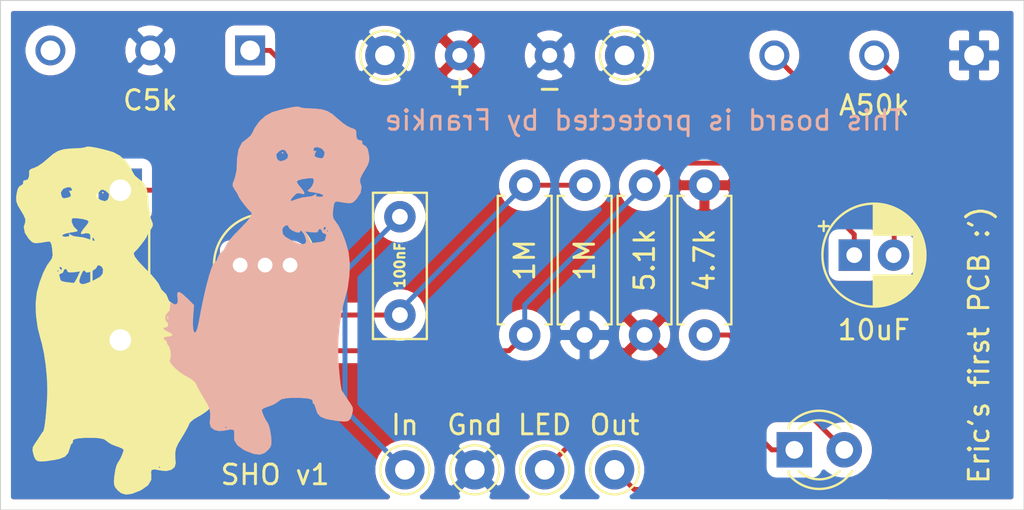
<source format=kicad_pcb>
(kicad_pcb (version 20171130) (host pcbnew "(5.1.5-0-10_14)")

  (general
    (thickness 1.6)
    (drawings 7)
    (tracks 56)
    (zones 0)
    (modules 20)
    (nets 12)
  )

  (page A4)
  (layers
    (0 F.Cu signal)
    (31 B.Cu signal)
    (32 B.Adhes user)
    (33 F.Adhes user)
    (34 B.Paste user)
    (35 F.Paste user)
    (36 B.SilkS user)
    (37 F.SilkS user)
    (38 B.Mask user)
    (39 F.Mask user)
    (40 Dwgs.User user)
    (41 Cmts.User user)
    (42 Eco1.User user)
    (43 Eco2.User user)
    (44 Edge.Cuts user)
    (45 Margin user)
    (46 B.CrtYd user)
    (47 F.CrtYd user)
    (48 B.Fab user)
    (49 F.Fab user)
  )

  (setup
    (last_trace_width 0.25)
    (trace_clearance 0.2)
    (zone_clearance 0.508)
    (zone_45_only no)
    (trace_min 0.2)
    (via_size 0.8)
    (via_drill 0.4)
    (via_min_size 0.4)
    (via_min_drill 0.3)
    (uvia_size 0.3)
    (uvia_drill 0.1)
    (uvias_allowed no)
    (uvia_min_size 0.2)
    (uvia_min_drill 0.1)
    (edge_width 0.05)
    (segment_width 0.2)
    (pcb_text_width 0.3)
    (pcb_text_size 1.5 1.5)
    (mod_edge_width 0.12)
    (mod_text_size 1 1)
    (mod_text_width 0.15)
    (pad_size 1.524 1.524)
    (pad_drill 0.762)
    (pad_to_mask_clearance 0.051)
    (solder_mask_min_width 0.25)
    (aux_axis_origin 0 0)
    (visible_elements FFFFFF7F)
    (pcbplotparams
      (layerselection 0x010fc_ffffffff)
      (usegerberextensions false)
      (usegerberattributes false)
      (usegerberadvancedattributes false)
      (creategerberjobfile false)
      (excludeedgelayer true)
      (linewidth 0.100000)
      (plotframeref false)
      (viasonmask false)
      (mode 1)
      (useauxorigin false)
      (hpglpennumber 1)
      (hpglpenspeed 20)
      (hpglpendiameter 15.000000)
      (psnegative false)
      (psa4output false)
      (plotreference true)
      (plotvalue true)
      (plotinvisibletext false)
      (padsonsilk false)
      (subtractmaskfromsilk false)
      (outputformat 1)
      (mirror false)
      (drillshape 0)
      (scaleselection 1)
      (outputdirectory "/Users/ericwood/PCBs/Testing/gerber/"))
  )

  (net 0 "")
  (net 1 "Net-(C1-Pad1)")
  (net 2 "Net-(C2-Pad1)")
  (net 3 "Net-(C2-Pad2)")
  (net 4 "Net-(D1-Pad2)")
  (net 5 GND)
  (net 6 +9V)
  (net 7 "Net-(RV1-Pad3)")
  (net 8 "Net-(C1-Pad2)")
  (net 9 "Net-(D2-Pad2)")
  (net 10 "Net-(D2-Pad1)")
  (net 11 "Net-(J5-Pad1)")

  (net_class Default "This is the default net class."
    (clearance 0.2)
    (trace_width 0.25)
    (via_dia 0.8)
    (via_drill 0.4)
    (uvia_dia 0.3)
    (uvia_drill 0.1)
    (add_net +9V)
    (add_net GND)
    (add_net "Net-(C1-Pad1)")
    (add_net "Net-(C1-Pad2)")
    (add_net "Net-(C2-Pad1)")
    (add_net "Net-(C2-Pad2)")
    (add_net "Net-(D1-Pad2)")
    (add_net "Net-(D2-Pad1)")
    (add_net "Net-(D2-Pad2)")
    (add_net "Net-(J5-Pad1)")
    (add_net "Net-(RV1-Pad3)")
  )

  (module Testing:frankie (layer B.Cu) (tedit 0) (tstamp 5ECC2FCA)
    (at 165.608 108.712 180)
    (fp_text reference G*** (at 0 0) (layer B.SilkS) hide
      (effects (font (size 1.524 1.524) (thickness 0.3)) (justify mirror))
    )
    (fp_text value LOGO (at 0.75 0) (layer B.SilkS) hide
      (effects (font (size 1.524 1.524) (thickness 0.3)) (justify mirror))
    )
    (fp_poly (pts (xy -0.592666 6.985) (xy -0.635 6.942666) (xy -0.677333 6.985) (xy -0.635 7.027333)
      (xy -0.592666 6.985)) (layer B.SilkS) (width 0.01))
    (fp_poly (pts (xy -1.163056 9.306293) (xy -0.863796 9.248983) (xy -0.52509 9.167941) (xy -0.187885 9.071364)
      (xy -0.084666 9.037735) (xy 0.23932 8.859792) (xy 0.548977 8.574977) (xy 0.787768 8.240406)
      (xy 0.85845 8.084961) (xy 0.98309 7.866242) (xy 1.147009 7.718578) (xy 1.157675 7.713386)
      (xy 1.429794 7.49877) (xy 1.605975 7.152629) (xy 1.681244 6.686268) (xy 1.683314 6.519333)
      (xy 1.708799 6.06021) (xy 1.796064 5.689963) (xy 1.813292 5.647403) (xy 1.896336 5.433744)
      (xy 1.901842 5.293547) (xy 1.825242 5.147468) (xy 1.780848 5.084) (xy 1.665356 4.906363)
      (xy 1.609596 4.790257) (xy 1.608667 4.78278) (xy 1.559401 4.685467) (xy 1.437164 4.509903)
      (xy 1.280298 4.305443) (xy 1.127145 4.121443) (xy 1.016048 4.007257) (xy 0.995463 3.993444)
      (xy 0.928864 3.901663) (xy 0.987936 3.734495) (xy 1.176902 3.485179) (xy 1.499986 3.146953)
      (xy 1.562179 3.086292) (xy 1.834005 2.807167) (xy 2.059093 2.546222) (xy 2.207736 2.339549)
      (xy 2.249251 2.25156) (xy 2.344326 2.053613) (xy 2.455334 1.947333) (xy 2.59077 1.806952)
      (xy 2.658874 1.653233) (xy 2.722447 1.493745) (xy 2.782755 1.439333) (xy 2.869259 1.358132)
      (xy 2.97553 1.124956) (xy 3.097275 0.755443) (xy 3.2302 0.265233) (xy 3.370011 -0.330034)
      (xy 3.512413 -1.014719) (xy 3.632067 -1.654096) (xy 3.707898 -1.97914) (xy 3.784149 -2.144802)
      (xy 3.852185 -2.160789) (xy 3.903366 -2.036811) (xy 3.929056 -1.782574) (xy 3.920618 -1.407789)
      (xy 3.919326 -1.389945) (xy 5.171351 -1.389945) (xy 5.186918 -1.499759) (xy 5.21582 -1.50107)
      (xy 5.236031 -1.387753) (xy 5.222504 -1.338792) (xy 5.184909 -1.306722) (xy 5.171351 -1.389945)
      (xy 3.919326 -1.389945) (xy 3.915394 -1.33564) (xy 3.870466 -0.766279) (xy 4.211272 -0.425473)
      (xy 4.467716 -0.191053) (xy 4.633337 -0.095024) (xy 4.714025 -0.136777) (xy 4.71567 -0.315703)
      (xy 4.705825 -0.374398) (xy 4.696543 -0.612887) (xy 4.767456 -0.732096) (xy 4.902513 -0.712839)
      (xy 4.956709 -0.674255) (xy 5.04148 -0.629563) (xy 5.075443 -0.708004) (xy 5.08 -0.838957)
      (xy 5.118876 -1.054687) (xy 5.207 -1.154716) (xy 5.302007 -1.262259) (xy 5.331465 -1.432696)
      (xy 5.290619 -1.583013) (xy 5.234101 -1.627855) (xy 5.175106 -1.721728) (xy 5.19117 -1.809611)
      (xy 5.274824 -1.908852) (xy 5.333402 -1.90537) (xy 5.41174 -1.913984) (xy 5.418667 -1.946741)
      (xy 5.347214 -2.036905) (xy 5.174309 -2.125927) (xy 5.164767 -2.129319) (xy 4.989955 -2.225045)
      (xy 4.977576 -2.313432) (xy 5.122057 -2.365998) (xy 5.211997 -2.370667) (xy 5.368705 -2.400286)
      (xy 5.418667 -2.455334) (xy 5.354238 -2.53754) (xy 5.334 -2.54) (xy 5.257717 -2.608058)
      (xy 5.249334 -2.659945) (xy 5.206696 -2.786448) (xy 5.177829 -2.808111) (xy 5.113383 -2.906762)
      (xy 5.066043 -3.099289) (xy 5.045191 -3.313281) (xy 5.060213 -3.47633) (xy 5.085913 -3.517321)
      (xy 5.104803 -3.611657) (xy 5.012255 -3.770268) (xy 4.837264 -3.962814) (xy 4.608826 -4.158953)
      (xy 4.355934 -4.328344) (xy 4.264397 -4.37698) (xy 3.98835 -4.538328) (xy 3.805844 -4.697755)
      (xy 3.759762 -4.775459) (xy 3.68987 -4.931944) (xy 3.555123 -5.179885) (xy 3.3831 -5.468859)
      (xy 3.361616 -5.503334) (xy 3.184383 -5.800004) (xy 3.08376 -6.029645) (xy 3.044624 -6.258131)
      (xy 3.05185 -6.551338) (xy 3.070705 -6.770438) (xy 3.016738 -6.97273) (xy 2.838031 -7.11305)
      (xy 2.573451 -7.173087) (xy 2.284417 -7.140832) (xy 1.999543 -7.08738) (xy 1.847604 -7.121211)
      (xy 1.813093 -7.248133) (xy 1.825175 -7.312812) (xy 1.826158 -7.624889) (xy 1.662531 -7.897706)
      (xy 1.334217 -8.131378) (xy 1.24958 -8.173056) (xy 0.848925 -8.32961) (xy 0.542084 -8.372154)
      (xy 0.297061 -8.300016) (xy 0.114551 -8.149167) (xy -0.005287 -8.003038) (xy -0.061869 -7.860254)
      (xy -0.068121 -7.660548) (xy -0.044343 -7.408334) (xy 0.003153 -7.113641) (xy 0.037783 -6.985)
      (xy 2.201334 -6.985) (xy 2.243667 -7.027334) (xy 2.286 -6.985) (xy 2.243667 -6.942667)
      (xy 2.201334 -6.985) (xy 0.037783 -6.985) (xy 0.06692 -6.876768) (xy 0.117026 -6.773334)
      (xy 0.227756 -6.599417) (xy 0.337372 -6.372042) (xy 0.41092 -6.16857) (xy 0.423334 -6.095415)
      (xy 0.349741 -6.027787) (xy 0.164149 -5.947503) (xy 0.0635 -5.915778) (xy -0.190233 -5.817292)
      (xy -0.385968 -5.695898) (xy -0.423333 -5.658882) (xy -0.579531 -5.552584) (xy -0.849131 -5.498018)
      (xy -1.016 -5.487617) (xy -1.50368 -5.482913) (xy -1.86744 -5.506664) (xy -2.09343 -5.556945)
      (xy -2.1678 -5.631835) (xy -2.164304 -5.647043) (xy -2.166028 -5.74569) (xy -2.193407 -5.757334)
      (xy -2.259997 -5.829986) (xy -2.312493 -5.990167) (xy -2.402484 -6.261364) (xy -2.562713 -6.43858)
      (xy -2.829896 -6.550819) (xy -3.090333 -6.604651) (xy -3.501504 -6.667004) (xy -3.778801 -6.689187)
      (xy -3.954522 -6.663609) (xy -4.060963 -6.582679) (xy -4.130422 -6.438807) (xy -4.15752 -6.353838)
      (xy -4.212572 -6.117635) (xy -4.191948 -5.953347) (xy -4.097418 -5.792306) (xy -3.955094 -5.583571)
      (xy -3.849028 -5.416498) (xy -3.721439 -5.225347) (xy -3.659621 -5.145173) (xy -3.621083 -5.023459)
      (xy -3.579959 -4.770671) (xy -3.539779 -4.424956) (xy -3.504076 -4.024465) (xy -3.476379 -3.607345)
      (xy -3.460218 -3.211744) (xy -3.457696 -2.963334) (xy -3.482001 -2.375315) (xy -3.541333 -1.763052)
      (xy -3.628159 -1.18245) (xy -3.734949 -0.689413) (xy -3.788507 -0.508) (xy -3.943978 0.095238)
      (xy -4.032993 0.737405) (xy -4.050881 1.35846) (xy -3.992973 1.89836) (xy -3.980218 1.956956)
      (xy -3.838746 2.457316) (xy -3.696863 2.828173) (xy -2.85635 2.828173) (xy -2.845392 2.744742)
      (xy -2.79981 2.586773) (xy -2.794 2.538186) (xy -2.71919 2.483661) (xy -2.533699 2.439516)
      (xy -2.4765 2.432343) (xy -2.259919 2.407986) (xy -2.127664 2.389945) (xy -2.116666 2.387656)
      (xy -2.057932 2.448787) (xy -2.0136 2.526784) (xy -1.83378 2.526784) (xy -1.821165 2.412258)
      (xy -1.773769 2.368052) (xy -1.680644 2.332818) (xy -1.555103 2.345005) (xy -1.357961 2.414613)
      (xy -1.050029 2.551642) (xy -1.044732 2.554092) (xy -0.776255 2.704505) (xy -0.645147 2.860041)
      (xy -0.622636 3.058553) (xy -0.627986 3.102387) (xy -0.692762 3.220128) (xy -0.806052 3.289983)
      (xy -0.90474 3.286291) (xy -0.931333 3.225716) (xy -0.99441 3.1274) (xy -1.143593 3.025126)
      (xy -1.318813 2.947481) (xy -1.459999 2.923054) (xy -1.506158 2.952142) (xy -1.57587 3.044118)
      (xy -1.665648 2.971423) (xy -1.77025 2.741219) (xy -1.83378 2.526784) (xy -2.0136 2.526784)
      (xy -1.963292 2.615292) (xy -1.931759 2.680155) (xy -1.789185 2.984129) (xy -2.119448 2.939831)
      (xy -2.340546 2.929093) (xy -2.431236 2.968784) (xy -2.431355 2.98235) (xy -2.479124 3.086005)
      (xy -2.518833 3.107972) (xy -2.609485 3.076122) (xy -2.624666 3.012722) (xy -2.692985 2.896581)
      (xy -2.760725 2.878666) (xy -2.85635 2.828173) (xy -3.696863 2.828173) (xy -3.662766 2.917295)
      (xy -3.617533 3.005666) (xy -2.963333 3.005666) (xy -2.921 2.963333) (xy -2.878666 3.005666)
      (xy -2.921 3.048) (xy -2.963333 3.005666) (xy -3.617533 3.005666) (xy -3.535739 3.165463)
      (xy -2.849563 3.165463) (xy -2.836333 3.132666) (xy -2.760251 3.051896) (xy -2.74667 3.048)
      (xy -2.710304 3.113506) (xy -2.709333 3.132666) (xy -2.774421 3.21408) (xy -2.798997 3.217333)
      (xy -2.849563 3.165463) (xy -3.535739 3.165463) (xy -3.47227 3.289459) (xy -3.341868 3.471333)
      (xy -3.229398 3.629851) (xy -3.188075 3.80497) (xy -3.203169 4.066547) (xy -3.207981 4.106333)
      (xy -3.24897 4.358332) (xy -3.303806 4.478938) (xy -3.393663 4.505937) (xy -3.429512 4.501616)
      (xy -3.780106 4.444689) (xy -4.006419 4.420228) (xy -4.151515 4.434821) (xy -4.258457 4.495056)
      (xy -4.370308 4.607521) (xy -4.410595 4.651703) (xy -4.496388 4.785418) (xy -2.707612 4.785418)
      (xy -2.601573 4.746914) (xy -2.49267 4.741333) (xy -2.340276 4.768975) (xy -2.335757 4.847166)
      (xy -2.361145 4.910649) (xy -2.285965 4.851314) (xy -2.281487 4.847166) (xy -2.119458 4.771796)
      (xy -1.897787 4.741333) (xy -1.626031 4.706644) (xy -1.346965 4.623054) (xy -1.34322 4.621488)
      (xy -1.121167 4.539509) (xy -1.039702 4.546673) (xy -1.091091 4.650434) (xy -1.189175 4.769881)
      (xy -1.346506 4.913011) (xy -1.494243 4.932065) (xy -1.575639 4.907128) (xy -1.726301 4.877992)
      (xy -1.746684 4.951469) (xy -1.637257 5.122573) (xy -1.545166 5.230787) (xy -1.415162 5.395013)
      (xy -1.355139 5.508571) (xy -1.354666 5.514083) (xy -1.436342 5.589163) (xy -1.669761 5.651584)
      (xy -1.989666 5.692409) (xy -2.166361 5.691239) (xy -2.224543 5.617089) (xy -2.220365 5.503333)
      (xy -2.136103 5.288698) (xy -2.018709 5.155887) (xy -1.924759 5.075536) (xy -1.929276 5.027633)
      (xy -2.056847 4.99361) (xy -2.274844 4.962471) (xy -2.527044 4.910661) (xy -2.677035 4.845821)
      (xy -2.707612 4.785418) (xy -4.496388 4.785418) (xy -4.599952 4.946828) (xy -4.65508 5.248121)
      (xy -4.579444 5.494187) (xy -4.57585 5.639688) (xy -4.688691 5.890189) (xy -4.791533 6.060252)
      (xy -4.951499 6.327979) (xy -5.028938 6.52788) (xy -5.042503 6.727913) (xy -5.023729 6.906241)
      (xy -5.000821 7.01165) (xy -2.77111 7.01165) (xy -2.756337 6.872715) (xy -2.699155 6.736467)
      (xy -2.609076 6.697256) (xy -2.425404 6.733108) (xy -2.393856 6.741502) (xy -2.26272 6.803485)
      (xy -2.268956 6.867811) (xy -0.919907 6.867811) (xy -0.880932 6.70185) (xy -0.740833 6.60694)
      (xy -0.527232 6.550993) (xy -0.399928 6.613476) (xy -0.330681 6.750128) (xy -0.316828 6.910484)
      (xy -0.437087 7.042493) (xy -0.465929 7.062053) (xy -0.622646 7.146887) (xy -0.726953 7.126651)
      (xy -0.7995 7.062404) (xy -0.919907 6.867811) (xy -2.268956 6.867811) (xy -2.273717 6.916906)
      (xy -2.29647 6.96223) (xy -2.345405 7.080198) (xy -2.294866 7.075146) (xy -2.294447 7.074887)
      (xy -2.214735 7.088095) (xy -2.201333 7.149336) (xy -2.265162 7.255718) (xy -2.42148 7.272783)
      (xy -2.617537 7.19827) (xy -2.661194 7.169049) (xy -2.77111 7.01165) (xy -5.000821 7.01165)
      (xy -4.964553 7.17853) (xy -4.871958 7.316686) (xy -4.808148 7.346136) (xy -4.693453 7.429098)
      (xy -4.691554 7.504127) (xy -4.66701 7.600146) (xy -4.569343 7.62) (xy -4.449542 7.661896)
      (xy -4.389881 7.807804) (xy -4.378262 8.088059) (xy -4.378518 8.098412) (xy -4.307284 8.182024)
      (xy -4.134266 8.24518) (xy -3.948364 8.327546) (xy -3.699757 8.49563) (xy -3.446577 8.709188)
      (xy -3.164878 8.952286) (xy -2.908477 9.106967) (xy -2.622229 9.193622) (xy -2.250989 9.232642)
      (xy -2.00892 9.240818) (xy -1.738075 9.256881) (xy -1.543752 9.287851) (xy -1.479442 9.316932)
      (xy -1.381921 9.331675) (xy -1.163056 9.306293)) (layer B.SilkS) (width 0.01))
  )

  (module Testing:frankie (layer F.Cu) (tedit 0) (tstamp 5ECC2DD1)
    (at 157.734 110.744)
    (fp_text reference G*** (at 0 0) (layer F.SilkS) hide
      (effects (font (size 1.524 1.524) (thickness 0.3)))
    )
    (fp_text value LOGO (at 0.75 0) (layer F.SilkS) hide
      (effects (font (size 1.524 1.524) (thickness 0.3)))
    )
    (fp_poly (pts (xy -0.592666 -6.985) (xy -0.635 -6.942666) (xy -0.677333 -6.985) (xy -0.635 -7.027333)
      (xy -0.592666 -6.985)) (layer F.SilkS) (width 0.01))
    (fp_poly (pts (xy -1.163056 -9.306293) (xy -0.863796 -9.248983) (xy -0.52509 -9.167941) (xy -0.187885 -9.071364)
      (xy -0.084666 -9.037735) (xy 0.23932 -8.859792) (xy 0.548977 -8.574977) (xy 0.787768 -8.240406)
      (xy 0.85845 -8.084961) (xy 0.98309 -7.866242) (xy 1.147009 -7.718578) (xy 1.157675 -7.713386)
      (xy 1.429794 -7.49877) (xy 1.605975 -7.152629) (xy 1.681244 -6.686268) (xy 1.683314 -6.519333)
      (xy 1.708799 -6.06021) (xy 1.796064 -5.689963) (xy 1.813292 -5.647403) (xy 1.896336 -5.433744)
      (xy 1.901842 -5.293547) (xy 1.825242 -5.147468) (xy 1.780848 -5.084) (xy 1.665356 -4.906363)
      (xy 1.609596 -4.790257) (xy 1.608667 -4.78278) (xy 1.559401 -4.685467) (xy 1.437164 -4.509903)
      (xy 1.280298 -4.305443) (xy 1.127145 -4.121443) (xy 1.016048 -4.007257) (xy 0.995463 -3.993444)
      (xy 0.928864 -3.901663) (xy 0.987936 -3.734495) (xy 1.176902 -3.485179) (xy 1.499986 -3.146953)
      (xy 1.562179 -3.086292) (xy 1.834005 -2.807167) (xy 2.059093 -2.546222) (xy 2.207736 -2.339549)
      (xy 2.249251 -2.25156) (xy 2.344326 -2.053613) (xy 2.455334 -1.947333) (xy 2.59077 -1.806952)
      (xy 2.658874 -1.653233) (xy 2.722447 -1.493745) (xy 2.782755 -1.439333) (xy 2.869259 -1.358132)
      (xy 2.97553 -1.124956) (xy 3.097275 -0.755443) (xy 3.2302 -0.265233) (xy 3.370011 0.330034)
      (xy 3.512413 1.014719) (xy 3.632067 1.654096) (xy 3.707898 1.97914) (xy 3.784149 2.144802)
      (xy 3.852185 2.160789) (xy 3.903366 2.036811) (xy 3.929056 1.782574) (xy 3.920618 1.407789)
      (xy 3.919326 1.389945) (xy 5.171351 1.389945) (xy 5.186918 1.499759) (xy 5.21582 1.50107)
      (xy 5.236031 1.387753) (xy 5.222504 1.338792) (xy 5.184909 1.306722) (xy 5.171351 1.389945)
      (xy 3.919326 1.389945) (xy 3.915394 1.33564) (xy 3.870466 0.766279) (xy 4.211272 0.425473)
      (xy 4.467716 0.191053) (xy 4.633337 0.095024) (xy 4.714025 0.136777) (xy 4.71567 0.315703)
      (xy 4.705825 0.374398) (xy 4.696543 0.612887) (xy 4.767456 0.732096) (xy 4.902513 0.712839)
      (xy 4.956709 0.674255) (xy 5.04148 0.629563) (xy 5.075443 0.708004) (xy 5.08 0.838957)
      (xy 5.118876 1.054687) (xy 5.207 1.154716) (xy 5.302007 1.262259) (xy 5.331465 1.432696)
      (xy 5.290619 1.583013) (xy 5.234101 1.627855) (xy 5.175106 1.721728) (xy 5.19117 1.809611)
      (xy 5.274824 1.908852) (xy 5.333402 1.90537) (xy 5.41174 1.913984) (xy 5.418667 1.946741)
      (xy 5.347214 2.036905) (xy 5.174309 2.125927) (xy 5.164767 2.129319) (xy 4.989955 2.225045)
      (xy 4.977576 2.313432) (xy 5.122057 2.365998) (xy 5.211997 2.370667) (xy 5.368705 2.400286)
      (xy 5.418667 2.455334) (xy 5.354238 2.53754) (xy 5.334 2.54) (xy 5.257717 2.608058)
      (xy 5.249334 2.659945) (xy 5.206696 2.786448) (xy 5.177829 2.808111) (xy 5.113383 2.906762)
      (xy 5.066043 3.099289) (xy 5.045191 3.313281) (xy 5.060213 3.47633) (xy 5.085913 3.517321)
      (xy 5.104803 3.611657) (xy 5.012255 3.770268) (xy 4.837264 3.962814) (xy 4.608826 4.158953)
      (xy 4.355934 4.328344) (xy 4.264397 4.37698) (xy 3.98835 4.538328) (xy 3.805844 4.697755)
      (xy 3.759762 4.775459) (xy 3.68987 4.931944) (xy 3.555123 5.179885) (xy 3.3831 5.468859)
      (xy 3.361616 5.503334) (xy 3.184383 5.800004) (xy 3.08376 6.029645) (xy 3.044624 6.258131)
      (xy 3.05185 6.551338) (xy 3.070705 6.770438) (xy 3.016738 6.97273) (xy 2.838031 7.11305)
      (xy 2.573451 7.173087) (xy 2.284417 7.140832) (xy 1.999543 7.08738) (xy 1.847604 7.121211)
      (xy 1.813093 7.248133) (xy 1.825175 7.312812) (xy 1.826158 7.624889) (xy 1.662531 7.897706)
      (xy 1.334217 8.131378) (xy 1.24958 8.173056) (xy 0.848925 8.32961) (xy 0.542084 8.372154)
      (xy 0.297061 8.300016) (xy 0.114551 8.149167) (xy -0.005287 8.003038) (xy -0.061869 7.860254)
      (xy -0.068121 7.660548) (xy -0.044343 7.408334) (xy 0.003153 7.113641) (xy 0.037783 6.985)
      (xy 2.201334 6.985) (xy 2.243667 7.027334) (xy 2.286 6.985) (xy 2.243667 6.942667)
      (xy 2.201334 6.985) (xy 0.037783 6.985) (xy 0.06692 6.876768) (xy 0.117026 6.773334)
      (xy 0.227756 6.599417) (xy 0.337372 6.372042) (xy 0.41092 6.16857) (xy 0.423334 6.095415)
      (xy 0.349741 6.027787) (xy 0.164149 5.947503) (xy 0.0635 5.915778) (xy -0.190233 5.817292)
      (xy -0.385968 5.695898) (xy -0.423333 5.658882) (xy -0.579531 5.552584) (xy -0.849131 5.498018)
      (xy -1.016 5.487617) (xy -1.50368 5.482913) (xy -1.86744 5.506664) (xy -2.09343 5.556945)
      (xy -2.1678 5.631835) (xy -2.164304 5.647043) (xy -2.166028 5.74569) (xy -2.193407 5.757334)
      (xy -2.259997 5.829986) (xy -2.312493 5.990167) (xy -2.402484 6.261364) (xy -2.562713 6.43858)
      (xy -2.829896 6.550819) (xy -3.090333 6.604651) (xy -3.501504 6.667004) (xy -3.778801 6.689187)
      (xy -3.954522 6.663609) (xy -4.060963 6.582679) (xy -4.130422 6.438807) (xy -4.15752 6.353838)
      (xy -4.212572 6.117635) (xy -4.191948 5.953347) (xy -4.097418 5.792306) (xy -3.955094 5.583571)
      (xy -3.849028 5.416498) (xy -3.721439 5.225347) (xy -3.659621 5.145173) (xy -3.621083 5.023459)
      (xy -3.579959 4.770671) (xy -3.539779 4.424956) (xy -3.504076 4.024465) (xy -3.476379 3.607345)
      (xy -3.460218 3.211744) (xy -3.457696 2.963334) (xy -3.482001 2.375315) (xy -3.541333 1.763052)
      (xy -3.628159 1.18245) (xy -3.734949 0.689413) (xy -3.788507 0.508) (xy -3.943978 -0.095238)
      (xy -4.032993 -0.737405) (xy -4.050881 -1.35846) (xy -3.992973 -1.89836) (xy -3.980218 -1.956956)
      (xy -3.838746 -2.457316) (xy -3.696863 -2.828173) (xy -2.85635 -2.828173) (xy -2.845392 -2.744742)
      (xy -2.79981 -2.586773) (xy -2.794 -2.538186) (xy -2.71919 -2.483661) (xy -2.533699 -2.439516)
      (xy -2.4765 -2.432343) (xy -2.259919 -2.407986) (xy -2.127664 -2.389945) (xy -2.116666 -2.387656)
      (xy -2.057932 -2.448787) (xy -2.0136 -2.526784) (xy -1.83378 -2.526784) (xy -1.821165 -2.412258)
      (xy -1.773769 -2.368052) (xy -1.680644 -2.332818) (xy -1.555103 -2.345005) (xy -1.357961 -2.414613)
      (xy -1.050029 -2.551642) (xy -1.044732 -2.554092) (xy -0.776255 -2.704505) (xy -0.645147 -2.860041)
      (xy -0.622636 -3.058553) (xy -0.627986 -3.102387) (xy -0.692762 -3.220128) (xy -0.806052 -3.289983)
      (xy -0.90474 -3.286291) (xy -0.931333 -3.225716) (xy -0.99441 -3.1274) (xy -1.143593 -3.025126)
      (xy -1.318813 -2.947481) (xy -1.459999 -2.923054) (xy -1.506158 -2.952142) (xy -1.57587 -3.044118)
      (xy -1.665648 -2.971423) (xy -1.77025 -2.741219) (xy -1.83378 -2.526784) (xy -2.0136 -2.526784)
      (xy -1.963292 -2.615292) (xy -1.931759 -2.680155) (xy -1.789185 -2.984129) (xy -2.119448 -2.939831)
      (xy -2.340546 -2.929093) (xy -2.431236 -2.968784) (xy -2.431355 -2.98235) (xy -2.479124 -3.086005)
      (xy -2.518833 -3.107972) (xy -2.609485 -3.076122) (xy -2.624666 -3.012722) (xy -2.692985 -2.896581)
      (xy -2.760725 -2.878666) (xy -2.85635 -2.828173) (xy -3.696863 -2.828173) (xy -3.662766 -2.917295)
      (xy -3.617533 -3.005666) (xy -2.963333 -3.005666) (xy -2.921 -2.963333) (xy -2.878666 -3.005666)
      (xy -2.921 -3.048) (xy -2.963333 -3.005666) (xy -3.617533 -3.005666) (xy -3.535739 -3.165463)
      (xy -2.849563 -3.165463) (xy -2.836333 -3.132666) (xy -2.760251 -3.051896) (xy -2.74667 -3.048)
      (xy -2.710304 -3.113506) (xy -2.709333 -3.132666) (xy -2.774421 -3.21408) (xy -2.798997 -3.217333)
      (xy -2.849563 -3.165463) (xy -3.535739 -3.165463) (xy -3.47227 -3.289459) (xy -3.341868 -3.471333)
      (xy -3.229398 -3.629851) (xy -3.188075 -3.80497) (xy -3.203169 -4.066547) (xy -3.207981 -4.106333)
      (xy -3.24897 -4.358332) (xy -3.303806 -4.478938) (xy -3.393663 -4.505937) (xy -3.429512 -4.501616)
      (xy -3.780106 -4.444689) (xy -4.006419 -4.420228) (xy -4.151515 -4.434821) (xy -4.258457 -4.495056)
      (xy -4.370308 -4.607521) (xy -4.410595 -4.651703) (xy -4.496388 -4.785418) (xy -2.707612 -4.785418)
      (xy -2.601573 -4.746914) (xy -2.49267 -4.741333) (xy -2.340276 -4.768975) (xy -2.335757 -4.847166)
      (xy -2.361145 -4.910649) (xy -2.285965 -4.851314) (xy -2.281487 -4.847166) (xy -2.119458 -4.771796)
      (xy -1.897787 -4.741333) (xy -1.626031 -4.706644) (xy -1.346965 -4.623054) (xy -1.34322 -4.621488)
      (xy -1.121167 -4.539509) (xy -1.039702 -4.546673) (xy -1.091091 -4.650434) (xy -1.189175 -4.769881)
      (xy -1.346506 -4.913011) (xy -1.494243 -4.932065) (xy -1.575639 -4.907128) (xy -1.726301 -4.877992)
      (xy -1.746684 -4.951469) (xy -1.637257 -5.122573) (xy -1.545166 -5.230787) (xy -1.415162 -5.395013)
      (xy -1.355139 -5.508571) (xy -1.354666 -5.514083) (xy -1.436342 -5.589163) (xy -1.669761 -5.651584)
      (xy -1.989666 -5.692409) (xy -2.166361 -5.691239) (xy -2.224543 -5.617089) (xy -2.220365 -5.503333)
      (xy -2.136103 -5.288698) (xy -2.018709 -5.155887) (xy -1.924759 -5.075536) (xy -1.929276 -5.027633)
      (xy -2.056847 -4.99361) (xy -2.274844 -4.962471) (xy -2.527044 -4.910661) (xy -2.677035 -4.845821)
      (xy -2.707612 -4.785418) (xy -4.496388 -4.785418) (xy -4.599952 -4.946828) (xy -4.65508 -5.248121)
      (xy -4.579444 -5.494187) (xy -4.57585 -5.639688) (xy -4.688691 -5.890189) (xy -4.791533 -6.060252)
      (xy -4.951499 -6.327979) (xy -5.028938 -6.52788) (xy -5.042503 -6.727913) (xy -5.023729 -6.906241)
      (xy -5.000821 -7.01165) (xy -2.77111 -7.01165) (xy -2.756337 -6.872715) (xy -2.699155 -6.736467)
      (xy -2.609076 -6.697256) (xy -2.425404 -6.733108) (xy -2.393856 -6.741502) (xy -2.26272 -6.803485)
      (xy -2.268956 -6.867811) (xy -0.919907 -6.867811) (xy -0.880932 -6.70185) (xy -0.740833 -6.60694)
      (xy -0.527232 -6.550993) (xy -0.399928 -6.613476) (xy -0.330681 -6.750128) (xy -0.316828 -6.910484)
      (xy -0.437087 -7.042493) (xy -0.465929 -7.062053) (xy -0.622646 -7.146887) (xy -0.726953 -7.126651)
      (xy -0.7995 -7.062404) (xy -0.919907 -6.867811) (xy -2.268956 -6.867811) (xy -2.273717 -6.916906)
      (xy -2.29647 -6.96223) (xy -2.345405 -7.080198) (xy -2.294866 -7.075146) (xy -2.294447 -7.074887)
      (xy -2.214735 -7.088095) (xy -2.201333 -7.149336) (xy -2.265162 -7.255718) (xy -2.42148 -7.272783)
      (xy -2.617537 -7.19827) (xy -2.661194 -7.169049) (xy -2.77111 -7.01165) (xy -5.000821 -7.01165)
      (xy -4.964553 -7.17853) (xy -4.871958 -7.316686) (xy -4.808148 -7.346136) (xy -4.693453 -7.429098)
      (xy -4.691554 -7.504127) (xy -4.66701 -7.600146) (xy -4.569343 -7.62) (xy -4.449542 -7.661896)
      (xy -4.389881 -7.807804) (xy -4.378262 -8.088059) (xy -4.378518 -8.098412) (xy -4.307284 -8.182024)
      (xy -4.134266 -8.24518) (xy -3.948364 -8.327546) (xy -3.699757 -8.49563) (xy -3.446577 -8.709188)
      (xy -3.164878 -8.952286) (xy -2.908477 -9.106967) (xy -2.622229 -9.193622) (xy -2.250989 -9.232642)
      (xy -2.00892 -9.240818) (xy -1.738075 -9.256881) (xy -1.543752 -9.287851) (xy -1.479442 -9.316932)
      (xy -1.381921 -9.331675) (xy -1.163056 -9.306293)) (layer F.SilkS) (width 0.01))
  )

  (module "Potentiometer_THT:Alpha Pot 9mm" (layer F.Cu) (tedit 5ECB16E1) (tstamp 5ECB28D5)
    (at 196.342 96.774)
    (path /5ECADB35)
    (fp_text reference A50k (at 0 2.54) (layer F.SilkS)
      (effects (font (size 1 1) (thickness 0.15)))
    )
    (fp_text value A50k (at 0 5.08) (layer F.Fab) hide
      (effects (font (size 1 1) (thickness 0.15)))
    )
    (pad 3 thru_hole circle (at -5.08 0) (size 1.524 1.524) (drill 1) (layers *.Cu *.Mask)
      (net 3 "Net-(C2-Pad2)"))
    (pad 2 thru_hole circle (at 0 0) (size 1.524 1.524) (drill 1) (layers *.Cu *.Mask)
      (net 11 "Net-(J5-Pad1)"))
    (pad 1 thru_hole rect (at 5.08 0) (size 1.524 1.524) (drill 1) (layers *.Cu *.Mask)
      (net 5 GND))
  )

  (module "Potentiometer_THT:Alpha Pot 9mm" (layer F.Cu) (tedit 5ECB16E1) (tstamp 5ECB28CE)
    (at 159.512 96.52)
    (path /5ECA47C9)
    (fp_text reference C5k (at 0 2.54) (layer F.SilkS)
      (effects (font (size 1 1) (thickness 0.15)))
    )
    (fp_text value C5k (at 0 5.08) (layer F.Fab) hide
      (effects (font (size 1 1) (thickness 0.15)))
    )
    (pad 3 thru_hole circle (at -5.08 0) (size 1.524 1.524) (drill 1) (layers *.Cu *.Mask)
      (net 7 "Net-(RV1-Pad3)"))
    (pad 2 thru_hole circle (at 0 0) (size 1.524 1.524) (drill 1) (layers *.Cu *.Mask)
      (net 5 GND))
    (pad 1 thru_hole rect (at 5.08 0) (size 1.524 1.524) (drill 1) (layers *.Cu *.Mask)
      (net 4 "Net-(D1-Pad2)"))
  )

  (module Diode_THT:D_DO-41_SOD81_P7.62mm_Horizontal (layer F.Cu) (tedit 5AE50CD5) (tstamp 5ECB4954)
    (at 157.988 103.632 270)
    (descr "Diode, DO-41_SOD81 series, Axial, Horizontal, pin pitch=7.62mm, , length*diameter=5.2*2.7mm^2, , http://www.diodes.com/_files/packages/DO-41%20(Plastic).pdf")
    (tags "Diode DO-41_SOD81 series Axial Horizontal pin pitch 7.62mm  length 5.2mm diameter 2.7mm")
    (path /5ECA3347)
    (fp_text reference 1N4739A (at 4.064 0 90) (layer F.SilkS)
      (effects (font (size 0.5 0.5) (thickness 0.125)))
    )
    (fp_text value 1N4739A (at 4.064 0 90) (layer F.Fab)
      (effects (font (size 0.5 0.5) (thickness 0.125)))
    )
    (fp_text user K (at 0 -2.1 90) (layer F.SilkS) hide
      (effects (font (size 1 1) (thickness 0.15)))
    )
    (fp_text user K (at 0 -2.1 90) (layer F.Fab) hide
      (effects (font (size 1 1) (thickness 0.15)))
    )
    (fp_line (start 8.97 -1.6) (end -1.35 -1.6) (layer F.CrtYd) (width 0.05))
    (fp_line (start 8.97 1.6) (end 8.97 -1.6) (layer F.CrtYd) (width 0.05))
    (fp_line (start -1.35 1.6) (end 8.97 1.6) (layer F.CrtYd) (width 0.05))
    (fp_line (start -1.35 -1.6) (end -1.35 1.6) (layer F.CrtYd) (width 0.05))
    (fp_line (start 1.87 -1.47) (end 1.87 1.47) (layer F.SilkS) (width 0.12))
    (fp_line (start 2.11 -1.47) (end 2.11 1.47) (layer F.SilkS) (width 0.12))
    (fp_line (start 1.99 -1.47) (end 1.99 1.47) (layer F.SilkS) (width 0.12))
    (fp_line (start 6.53 1.47) (end 6.53 1.34) (layer F.SilkS) (width 0.12))
    (fp_line (start 1.09 1.47) (end 6.53 1.47) (layer F.SilkS) (width 0.12))
    (fp_line (start 1.09 1.34) (end 1.09 1.47) (layer F.SilkS) (width 0.12))
    (fp_line (start 6.53 -1.47) (end 6.53 -1.34) (layer F.SilkS) (width 0.12))
    (fp_line (start 1.09 -1.47) (end 6.53 -1.47) (layer F.SilkS) (width 0.12))
    (fp_line (start 1.09 -1.34) (end 1.09 -1.47) (layer F.SilkS) (width 0.12))
    (fp_line (start 1.89 -1.35) (end 1.89 1.35) (layer F.Fab) (width 0.1))
    (fp_line (start 2.09 -1.35) (end 2.09 1.35) (layer F.Fab) (width 0.1))
    (fp_line (start 1.99 -1.35) (end 1.99 1.35) (layer F.Fab) (width 0.1))
    (fp_line (start 7.62 0) (end 6.41 0) (layer F.Fab) (width 0.1))
    (fp_line (start 0 0) (end 1.21 0) (layer F.Fab) (width 0.1))
    (fp_line (start 6.41 -1.35) (end 1.21 -1.35) (layer F.Fab) (width 0.1))
    (fp_line (start 6.41 1.35) (end 6.41 -1.35) (layer F.Fab) (width 0.1))
    (fp_line (start 1.21 1.35) (end 6.41 1.35) (layer F.Fab) (width 0.1))
    (fp_line (start 1.21 -1.35) (end 1.21 1.35) (layer F.Fab) (width 0.1))
    (pad 2 thru_hole oval (at 7.62 0 270) (size 2.2 2.2) (drill 1.1) (layers *.Cu *.Mask)
      (net 4 "Net-(D1-Pad2)"))
    (pad 1 thru_hole rect (at 0 0 270) (size 2.2 2.2) (drill 1.1) (layers *.Cu *.Mask)
      (net 1 "Net-(C1-Pad1)"))
    (model ${KISYS3DMOD}/Diode_THT.3dshapes/D_DO-41_SOD81_P7.62mm_Horizontal.wrl
      (at (xyz 0 0 0))
      (scale (xyz 1 1 1))
      (rotate (xyz 0 0 0))
    )
  )

  (module "Connector_BarrelJack:DC Power" (layer F.Cu) (tedit 5ECAB0C5) (tstamp 5ECB17E4)
    (at 177.546 96.774)
    (path /5ECAD86E)
    (fp_text reference J4 (at 0.508 -2.032) (layer F.SilkS) hide
      (effects (font (size 1 1) (thickness 0.15)))
    )
    (fp_text value Jack-DC (at 0.508 3.556) (layer F.Fab) hide
      (effects (font (size 1 1) (thickness 0.15)))
    )
    (fp_text user - (at 2.286 1.651) (layer F.SilkS)
      (effects (font (size 1 1) (thickness 0.15)))
    )
    (fp_text user + (at -2.286 1.524) (layer F.SilkS)
      (effects (font (size 1 1) (thickness 0.15)))
    )
    (pad 2 thru_hole circle (at 2.286 0) (size 1.524 1.524) (drill 0.762) (layers *.Cu *.Mask)
      (net 5 GND))
    (pad 1 thru_hole circle (at -2.286 0) (size 1.524 1.524) (drill 0.762) (layers *.Cu *.Mask)
      (net 6 +9V))
  )

  (module Resistor_THT:R_Axial_DIN0207_L6.3mm_D2.5mm_P7.62mm_Horizontal (layer F.Cu) (tedit 5AE5139B) (tstamp 5ECAB436)
    (at 187.706 110.998 90)
    (descr "Resistor, Axial_DIN0207 series, Axial, Horizontal, pin pitch=7.62mm, 0.25W = 1/4W, length*diameter=6.3*2.5mm^2, http://cdn-reichelt.de/documents/datenblatt/B400/1_4W%23YAG.pdf")
    (tags "Resistor Axial_DIN0207 series Axial Horizontal pin pitch 7.62mm 0.25W = 1/4W length 6.3mm diameter 2.5mm")
    (path /5ECA0684)
    (fp_text reference 4.7k (at 3.81 0 90) (layer F.SilkS)
      (effects (font (size 1 1) (thickness 0.15)))
    )
    (fp_text value 4.7k (at 3.81 0 90) (layer F.Fab)
      (effects (font (size 1 1) (thickness 0.15)))
    )
    (fp_line (start 8.67 -1.5) (end -1.05 -1.5) (layer F.CrtYd) (width 0.05))
    (fp_line (start 8.67 1.5) (end 8.67 -1.5) (layer F.CrtYd) (width 0.05))
    (fp_line (start -1.05 1.5) (end 8.67 1.5) (layer F.CrtYd) (width 0.05))
    (fp_line (start -1.05 -1.5) (end -1.05 1.5) (layer F.CrtYd) (width 0.05))
    (fp_line (start 7.08 1.37) (end 7.08 1.04) (layer F.SilkS) (width 0.12))
    (fp_line (start 0.54 1.37) (end 7.08 1.37) (layer F.SilkS) (width 0.12))
    (fp_line (start 0.54 1.04) (end 0.54 1.37) (layer F.SilkS) (width 0.12))
    (fp_line (start 7.08 -1.37) (end 7.08 -1.04) (layer F.SilkS) (width 0.12))
    (fp_line (start 0.54 -1.37) (end 7.08 -1.37) (layer F.SilkS) (width 0.12))
    (fp_line (start 0.54 -1.04) (end 0.54 -1.37) (layer F.SilkS) (width 0.12))
    (fp_line (start 7.62 0) (end 6.96 0) (layer F.Fab) (width 0.1))
    (fp_line (start 0 0) (end 0.66 0) (layer F.Fab) (width 0.1))
    (fp_line (start 6.96 -1.25) (end 0.66 -1.25) (layer F.Fab) (width 0.1))
    (fp_line (start 6.96 1.25) (end 6.96 -1.25) (layer F.Fab) (width 0.1))
    (fp_line (start 0.66 1.25) (end 6.96 1.25) (layer F.Fab) (width 0.1))
    (fp_line (start 0.66 -1.25) (end 0.66 1.25) (layer F.Fab) (width 0.1))
    (pad 2 thru_hole oval (at 7.62 0 90) (size 1.6 1.6) (drill 0.8) (layers *.Cu *.Mask)
      (net 6 +9V))
    (pad 1 thru_hole circle (at 0 0 90) (size 1.6 1.6) (drill 0.8) (layers *.Cu *.Mask)
      (net 9 "Net-(D2-Pad2)"))
    (model ${KISYS3DMOD}/Resistor_THT.3dshapes/R_Axial_DIN0207_L6.3mm_D2.5mm_P7.62mm_Horizontal.wrl
      (at (xyz 0 0 0))
      (scale (xyz 1 1 1))
      (rotate (xyz 0 0 0))
    )
  )

  (module Connector_Pin:Pin_D1.0mm_L10.0mm (layer F.Cu) (tedit 5A1DC084) (tstamp 5ECAB381)
    (at 183.642 96.774)
    (descr "solder Pin_ diameter 1.0mm, hole diameter 1.0mm (press fit), length 10.0mm")
    (tags "solder Pin_ press fit")
    (path /5ECCF9FB)
    (fp_text reference J7 (at 0 2.25) (layer F.SilkS) hide
      (effects (font (size 1 1) (thickness 0.15)))
    )
    (fp_text value "Out Sleeve" (at 0 -2.05) (layer F.Fab) hide
      (effects (font (size 1 1) (thickness 0.15)))
    )
    (fp_circle (center 0 0) (end 1.25 0.05) (layer F.SilkS) (width 0.12))
    (fp_circle (center 0 0) (end 1 0) (layer F.Fab) (width 0.12))
    (fp_circle (center 0 0) (end 0.5 0) (layer F.Fab) (width 0.12))
    (fp_circle (center 0 0) (end 1.5 0) (layer F.CrtYd) (width 0.05))
    (fp_text user %R (at 0 2.25) (layer F.Fab) hide
      (effects (font (size 1 1) (thickness 0.15)))
    )
    (pad 1 thru_hole circle (at 0 0) (size 2 2) (drill 1) (layers *.Cu *.Mask)
      (net 5 GND))
    (model ${KISYS3DMOD}/Connector_Pin.3dshapes/Pin_D1.0mm_L10.0mm.wrl
      (at (xyz 0 0 0))
      (scale (xyz 1 1 1))
      (rotate (xyz 0 0 0))
    )
  )

  (module Connector_Pin:Pin_D1.0mm_L10.0mm (layer F.Cu) (tedit 5A1DC084) (tstamp 5ECAB377)
    (at 171.45 96.774)
    (descr "solder Pin_ diameter 1.0mm, hole diameter 1.0mm (press fit), length 10.0mm")
    (tags "solder Pin_ press fit")
    (path /5ECCA23F)
    (fp_text reference J6 (at 0 2.25) (layer F.SilkS) hide
      (effects (font (size 1 1) (thickness 0.15)))
    )
    (fp_text value "In Sleeve" (at 0 -2.05) (layer F.Fab) hide
      (effects (font (size 1 1) (thickness 0.15)))
    )
    (fp_circle (center 0 0) (end 1.25 0.05) (layer F.SilkS) (width 0.12))
    (fp_circle (center 0 0) (end 1 0) (layer F.Fab) (width 0.12))
    (fp_circle (center 0 0) (end 0.5 0) (layer F.Fab) (width 0.12))
    (fp_circle (center 0 0) (end 1.5 0) (layer F.CrtYd) (width 0.05))
    (fp_text user %R (at 0 2.25) (layer F.Fab) hide
      (effects (font (size 1 1) (thickness 0.15)))
    )
    (pad 1 thru_hole circle (at 0 0) (size 2 2) (drill 1) (layers *.Cu *.Mask)
      (net 5 GND))
    (model ${KISYS3DMOD}/Connector_Pin.3dshapes/Pin_D1.0mm_L10.0mm.wrl
      (at (xyz 0 0 0))
      (scale (xyz 1 1 1))
      (rotate (xyz 0 0 0))
    )
  )

  (module Connector_Pin:Pin_D1.0mm_L10.0mm (layer F.Cu) (tedit 5A1DC084) (tstamp 5ECB5D23)
    (at 183.134 117.856)
    (descr "solder Pin_ diameter 1.0mm, hole diameter 1.0mm (press fit), length 10.0mm")
    (tags "solder Pin_ press fit")
    (path /5ECAFE87)
    (fp_text reference Out (at 0 -2.286) (layer F.SilkS)
      (effects (font (size 1 1) (thickness 0.15)))
    )
    (fp_text value Out (at 0 -2.286) (layer F.Fab)
      (effects (font (size 1 1) (thickness 0.15)))
    )
    (fp_circle (center 0 0) (end 1.25 0.05) (layer F.SilkS) (width 0.12))
    (fp_circle (center 0 0) (end 1 0) (layer F.Fab) (width 0.12))
    (fp_circle (center 0 0) (end 0.5 0) (layer F.Fab) (width 0.12))
    (fp_circle (center 0 0) (end 1.5 0) (layer F.CrtYd) (width 0.05))
    (fp_text user %R (at 0 2.25) (layer F.Fab) hide
      (effects (font (size 1 1) (thickness 0.15)))
    )
    (pad 1 thru_hole circle (at 0 0) (size 2 2) (drill 1) (layers *.Cu *.Mask)
      (net 11 "Net-(J5-Pad1)"))
    (model ${KISYS3DMOD}/Connector_Pin.3dshapes/Pin_D1.0mm_L10.0mm.wrl
      (at (xyz 0 0 0))
      (scale (xyz 1 1 1))
      (rotate (xyz 0 0 0))
    )
  )

  (module Connector_Pin:Pin_D1.0mm_L10.0mm (layer F.Cu) (tedit 5A1DC084) (tstamp 5ECB5D08)
    (at 176.022 117.856)
    (descr "solder Pin_ diameter 1.0mm, hole diameter 1.0mm (press fit), length 10.0mm")
    (tags "solder Pin_ press fit")
    (path /5ECB2E61)
    (fp_text reference Gnd (at 0 -2.286) (layer F.SilkS)
      (effects (font (size 1 1) (thickness 0.15)))
    )
    (fp_text value Gnd (at 0 -2.286) (layer F.Fab)
      (effects (font (size 1 1) (thickness 0.15)))
    )
    (fp_circle (center 0 0) (end 1.25 0.05) (layer F.SilkS) (width 0.12))
    (fp_circle (center 0 0) (end 1 0) (layer F.Fab) (width 0.12))
    (fp_circle (center 0 0) (end 0.5 0) (layer F.Fab) (width 0.12))
    (fp_circle (center 0 0) (end 1.5 0) (layer F.CrtYd) (width 0.05))
    (fp_text user %R (at 0 2.25) (layer F.Fab) hide
      (effects (font (size 1 1) (thickness 0.15)))
    )
    (pad 1 thru_hole circle (at 0 0) (size 2 2) (drill 1) (layers *.Cu *.Mask)
      (net 5 GND))
    (model ${KISYS3DMOD}/Connector_Pin.3dshapes/Pin_D1.0mm_L10.0mm.wrl
      (at (xyz 0 0 0))
      (scale (xyz 1 1 1))
      (rotate (xyz 0 0 0))
    )
  )

  (module Connector_Pin:Pin_D1.0mm_L10.0mm (layer F.Cu) (tedit 5A1DC084) (tstamp 5ECB5CED)
    (at 179.578 117.856)
    (descr "solder Pin_ diameter 1.0mm, hole diameter 1.0mm (press fit), length 10.0mm")
    (tags "solder Pin_ press fit")
    (path /5ECB3A83)
    (fp_text reference LED (at 0 -2.286) (layer F.SilkS)
      (effects (font (size 1 1) (thickness 0.15)))
    )
    (fp_text value LED (at 0 -2.286) (layer F.Fab)
      (effects (font (size 1 1) (thickness 0.15)))
    )
    (fp_circle (center 0 0) (end 1.25 0.05) (layer F.SilkS) (width 0.12))
    (fp_circle (center 0 0) (end 1 0) (layer F.Fab) (width 0.12))
    (fp_circle (center 0 0) (end 0.5 0) (layer F.Fab) (width 0.12))
    (fp_circle (center 0 0) (end 1.5 0) (layer F.CrtYd) (width 0.05))
    (fp_text user %R (at 0 2.25) (layer F.Fab) hide
      (effects (font (size 1 1) (thickness 0.15)))
    )
    (pad 1 thru_hole circle (at 0 0) (size 2 2) (drill 1) (layers *.Cu *.Mask)
      (net 10 "Net-(D2-Pad1)"))
    (model ${KISYS3DMOD}/Connector_Pin.3dshapes/Pin_D1.0mm_L10.0mm.wrl
      (at (xyz 0 0 0))
      (scale (xyz 1 1 1))
      (rotate (xyz 0 0 0))
    )
  )

  (module Connector_Pin:Pin_D1.0mm_L10.0mm (layer F.Cu) (tedit 5A1DC084) (tstamp 5ECB5CD2)
    (at 172.466 117.856)
    (descr "solder Pin_ diameter 1.0mm, hole diameter 1.0mm (press fit), length 10.0mm")
    (tags "solder Pin_ press fit")
    (path /5ECB0D23)
    (fp_text reference In (at 0 -2.286) (layer F.SilkS)
      (effects (font (size 1 1) (thickness 0.15)))
    )
    (fp_text value In (at 0 -2.286) (layer F.Fab)
      (effects (font (size 1 1) (thickness 0.15)))
    )
    (fp_circle (center 0 0) (end 1.25 0.05) (layer F.SilkS) (width 0.12))
    (fp_circle (center 0 0) (end 1 0) (layer F.Fab) (width 0.12))
    (fp_circle (center 0 0) (end 0.5 0) (layer F.Fab) (width 0.12))
    (fp_circle (center 0 0) (end 1.5 0) (layer F.CrtYd) (width 0.05))
    (fp_text user %R (at 0 2.25) (layer F.Fab) hide
      (effects (font (size 1 1) (thickness 0.15)))
    )
    (pad 1 thru_hole circle (at 0 0) (size 2 2) (drill 1) (layers *.Cu *.Mask)
      (net 8 "Net-(C1-Pad2)"))
    (model ${KISYS3DMOD}/Connector_Pin.3dshapes/Pin_D1.0mm_L10.0mm.wrl
      (at (xyz 0 0 0))
      (scale (xyz 1 1 1))
      (rotate (xyz 0 0 0))
    )
  )

  (module LED_THT:LED_D3.0mm (layer F.Cu) (tedit 587A3A7B) (tstamp 5ECB5CA5)
    (at 192.278 116.84)
    (descr "LED, diameter 3.0mm, 2 pins")
    (tags "LED diameter 3.0mm 2 pins")
    (path /5EC9DFDD)
    (fp_text reference D2 (at 1.27 -2.96) (layer F.SilkS) hide
      (effects (font (size 1 1) (thickness 0.15)))
    )
    (fp_text value LED (at 1.27 2.96) (layer F.Fab) hide
      (effects (font (size 1 1) (thickness 0.15)))
    )
    (fp_line (start 3.7 -2.25) (end -1.15 -2.25) (layer F.CrtYd) (width 0.05))
    (fp_line (start 3.7 2.25) (end 3.7 -2.25) (layer F.CrtYd) (width 0.05))
    (fp_line (start -1.15 2.25) (end 3.7 2.25) (layer F.CrtYd) (width 0.05))
    (fp_line (start -1.15 -2.25) (end -1.15 2.25) (layer F.CrtYd) (width 0.05))
    (fp_line (start -0.29 1.08) (end -0.29 1.236) (layer F.SilkS) (width 0.12))
    (fp_line (start -0.29 -1.236) (end -0.29 -1.08) (layer F.SilkS) (width 0.12))
    (fp_line (start -0.23 -1.16619) (end -0.23 1.16619) (layer F.Fab) (width 0.1))
    (fp_circle (center 1.27 0) (end 2.77 0) (layer F.Fab) (width 0.1))
    (fp_arc (start 1.27 0) (end 0.229039 1.08) (angle -87.9) (layer F.SilkS) (width 0.12))
    (fp_arc (start 1.27 0) (end 0.229039 -1.08) (angle 87.9) (layer F.SilkS) (width 0.12))
    (fp_arc (start 1.27 0) (end -0.29 1.235516) (angle -108.8) (layer F.SilkS) (width 0.12))
    (fp_arc (start 1.27 0) (end -0.29 -1.235516) (angle 108.8) (layer F.SilkS) (width 0.12))
    (fp_arc (start 1.27 0) (end -0.23 -1.16619) (angle 284.3) (layer F.Fab) (width 0.1))
    (pad 2 thru_hole circle (at 2.54 0) (size 1.8 1.8) (drill 0.9) (layers *.Cu *.Mask)
      (net 9 "Net-(D2-Pad2)"))
    (pad 1 thru_hole rect (at 0 0) (size 1.8 1.8) (drill 0.9) (layers *.Cu *.Mask)
      (net 10 "Net-(D2-Pad1)"))
    (model ${KISYS3DMOD}/LED_THT.3dshapes/LED_D3.0mm.wrl
      (at (xyz 0 0 0))
      (scale (xyz 1 1 1))
      (rotate (xyz 0 0 0))
    )
  )

  (module Resistor_THT:R_Axial_DIN0207_L6.3mm_D2.5mm_P7.62mm_Horizontal (layer F.Cu) (tedit 5AE5139B) (tstamp 5EC9F6F3)
    (at 181.61 103.378 270)
    (descr "Resistor, Axial_DIN0207 series, Axial, Horizontal, pin pitch=7.62mm, 0.25W = 1/4W, length*diameter=6.3*2.5mm^2, http://cdn-reichelt.de/documents/datenblatt/B400/1_4W%23YAG.pdf")
    (tags "Resistor Axial_DIN0207 series Axial Horizontal pin pitch 7.62mm 0.25W = 1/4W length 6.3mm diameter 2.5mm")
    (path /5ECA7043)
    (fp_text reference 1M (at 3.81 0 90) (layer F.SilkS)
      (effects (font (size 1 1) (thickness 0.15)))
    )
    (fp_text value 1M (at 3.81 0 90) (layer F.Fab)
      (effects (font (size 1 1) (thickness 0.15)))
    )
    (fp_line (start 0.66 -1.25) (end 0.66 1.25) (layer F.Fab) (width 0.1))
    (fp_line (start 0.66 1.25) (end 6.96 1.25) (layer F.Fab) (width 0.1))
    (fp_line (start 6.96 1.25) (end 6.96 -1.25) (layer F.Fab) (width 0.1))
    (fp_line (start 6.96 -1.25) (end 0.66 -1.25) (layer F.Fab) (width 0.1))
    (fp_line (start 0 0) (end 0.66 0) (layer F.Fab) (width 0.1))
    (fp_line (start 7.62 0) (end 6.96 0) (layer F.Fab) (width 0.1))
    (fp_line (start 0.54 -1.04) (end 0.54 -1.37) (layer F.SilkS) (width 0.12))
    (fp_line (start 0.54 -1.37) (end 7.08 -1.37) (layer F.SilkS) (width 0.12))
    (fp_line (start 7.08 -1.37) (end 7.08 -1.04) (layer F.SilkS) (width 0.12))
    (fp_line (start 0.54 1.04) (end 0.54 1.37) (layer F.SilkS) (width 0.12))
    (fp_line (start 0.54 1.37) (end 7.08 1.37) (layer F.SilkS) (width 0.12))
    (fp_line (start 7.08 1.37) (end 7.08 1.04) (layer F.SilkS) (width 0.12))
    (fp_line (start -1.05 -1.5) (end -1.05 1.5) (layer F.CrtYd) (width 0.05))
    (fp_line (start -1.05 1.5) (end 8.67 1.5) (layer F.CrtYd) (width 0.05))
    (fp_line (start 8.67 1.5) (end 8.67 -1.5) (layer F.CrtYd) (width 0.05))
    (fp_line (start 8.67 -1.5) (end -1.05 -1.5) (layer F.CrtYd) (width 0.05))
    (pad 1 thru_hole circle (at 0 0 270) (size 1.6 1.6) (drill 0.8) (layers *.Cu *.Mask)
      (net 1 "Net-(C1-Pad1)"))
    (pad 2 thru_hole oval (at 7.62 0 270) (size 1.6 1.6) (drill 0.8) (layers *.Cu *.Mask)
      (net 5 GND))
    (model ${KISYS3DMOD}/Resistor_THT.3dshapes/R_Axial_DIN0207_L6.3mm_D2.5mm_P7.62mm_Horizontal.wrl
      (at (xyz 0 0 0))
      (scale (xyz 1 1 1))
      (rotate (xyz 0 0 0))
    )
  )

  (module Capacitor_THT:C_Rect_L7.2mm_W2.5mm_P5.00mm_FKS2_FKP2_MKS2_MKP2 (layer F.Cu) (tedit 5AE50EF0) (tstamp 5ECB3C1B)
    (at 172.212 109.982 90)
    (descr "C, Rect series, Radial, pin pitch=5.00mm, , length*width=7.2*2.5mm^2, Capacitor, http://www.wima.com/EN/WIMA_FKS_2.pdf")
    (tags "C Rect series Radial pin pitch 5.00mm  length 7.2mm width 2.5mm Capacitor")
    (path /5ECA79CB)
    (fp_text reference 100nF (at 2.54 0 90) (layer F.SilkS)
      (effects (font (size 0.5 0.5) (thickness 0.15)))
    )
    (fp_text value 100nF (at 2.54 0 90) (layer F.Fab)
      (effects (font (size 0.5 0.5) (thickness 0.125)))
    )
    (fp_line (start -1.1 -1.25) (end -1.1 1.25) (layer F.Fab) (width 0.1))
    (fp_line (start -1.1 1.25) (end 6.1 1.25) (layer F.Fab) (width 0.1))
    (fp_line (start 6.1 1.25) (end 6.1 -1.25) (layer F.Fab) (width 0.1))
    (fp_line (start 6.1 -1.25) (end -1.1 -1.25) (layer F.Fab) (width 0.1))
    (fp_line (start -1.22 -1.37) (end 6.22 -1.37) (layer F.SilkS) (width 0.12))
    (fp_line (start -1.22 1.37) (end 6.22 1.37) (layer F.SilkS) (width 0.12))
    (fp_line (start -1.22 -1.37) (end -1.22 1.37) (layer F.SilkS) (width 0.12))
    (fp_line (start 6.22 -1.37) (end 6.22 1.37) (layer F.SilkS) (width 0.12))
    (fp_line (start -1.35 -1.5) (end -1.35 1.5) (layer F.CrtYd) (width 0.05))
    (fp_line (start -1.35 1.5) (end 6.35 1.5) (layer F.CrtYd) (width 0.05))
    (fp_line (start 6.35 1.5) (end 6.35 -1.5) (layer F.CrtYd) (width 0.05))
    (fp_line (start 6.35 -1.5) (end -1.35 -1.5) (layer F.CrtYd) (width 0.05))
    (pad 1 thru_hole circle (at 0 0 90) (size 1.6 1.6) (drill 0.8) (layers *.Cu *.Mask)
      (net 1 "Net-(C1-Pad1)"))
    (pad 2 thru_hole circle (at 5 0 90) (size 1.6 1.6) (drill 0.8) (layers *.Cu *.Mask)
      (net 8 "Net-(C1-Pad2)"))
    (model ${KISYS3DMOD}/Capacitor_THT.3dshapes/C_Rect_L7.2mm_W2.5mm_P5.00mm_FKS2_FKP2_MKS2_MKP2.wrl
      (at (xyz 0 0 0))
      (scale (xyz 1 1 1))
      (rotate (xyz 0 0 0))
    )
  )

  (module Capacitor_THT:CP_Radial_D5.0mm_P2.00mm (layer F.Cu) (tedit 5AE50EF0) (tstamp 5EC9F694)
    (at 195.326 106.934)
    (descr "CP, Radial series, Radial, pin pitch=2.00mm, , diameter=5mm, Electrolytic Capacitor")
    (tags "CP Radial series Radial pin pitch 2.00mm  diameter 5mm Electrolytic Capacitor")
    (path /5EC9B91A)
    (fp_text reference 10uF (at 1 3.81) (layer F.SilkS)
      (effects (font (size 1 1) (thickness 0.15)))
    )
    (fp_text value 10uF (at 1 3.75) (layer F.Fab)
      (effects (font (size 1 1) (thickness 0.15)))
    )
    (fp_text user %R (at 1 0) (layer F.Fab)
      (effects (font (size 1 1) (thickness 0.15)))
    )
    (fp_line (start -1.554775 -1.725) (end -1.554775 -1.225) (layer F.SilkS) (width 0.12))
    (fp_line (start -1.804775 -1.475) (end -1.304775 -1.475) (layer F.SilkS) (width 0.12))
    (fp_line (start 3.601 -0.284) (end 3.601 0.284) (layer F.SilkS) (width 0.12))
    (fp_line (start 3.561 -0.518) (end 3.561 0.518) (layer F.SilkS) (width 0.12))
    (fp_line (start 3.521 -0.677) (end 3.521 0.677) (layer F.SilkS) (width 0.12))
    (fp_line (start 3.481 -0.805) (end 3.481 0.805) (layer F.SilkS) (width 0.12))
    (fp_line (start 3.441 -0.915) (end 3.441 0.915) (layer F.SilkS) (width 0.12))
    (fp_line (start 3.401 -1.011) (end 3.401 1.011) (layer F.SilkS) (width 0.12))
    (fp_line (start 3.361 -1.098) (end 3.361 1.098) (layer F.SilkS) (width 0.12))
    (fp_line (start 3.321 -1.178) (end 3.321 1.178) (layer F.SilkS) (width 0.12))
    (fp_line (start 3.281 -1.251) (end 3.281 1.251) (layer F.SilkS) (width 0.12))
    (fp_line (start 3.241 -1.319) (end 3.241 1.319) (layer F.SilkS) (width 0.12))
    (fp_line (start 3.201 -1.383) (end 3.201 1.383) (layer F.SilkS) (width 0.12))
    (fp_line (start 3.161 -1.443) (end 3.161 1.443) (layer F.SilkS) (width 0.12))
    (fp_line (start 3.121 -1.5) (end 3.121 1.5) (layer F.SilkS) (width 0.12))
    (fp_line (start 3.081 -1.554) (end 3.081 1.554) (layer F.SilkS) (width 0.12))
    (fp_line (start 3.041 -1.605) (end 3.041 1.605) (layer F.SilkS) (width 0.12))
    (fp_line (start 3.001 1.04) (end 3.001 1.653) (layer F.SilkS) (width 0.12))
    (fp_line (start 3.001 -1.653) (end 3.001 -1.04) (layer F.SilkS) (width 0.12))
    (fp_line (start 2.961 1.04) (end 2.961 1.699) (layer F.SilkS) (width 0.12))
    (fp_line (start 2.961 -1.699) (end 2.961 -1.04) (layer F.SilkS) (width 0.12))
    (fp_line (start 2.921 1.04) (end 2.921 1.743) (layer F.SilkS) (width 0.12))
    (fp_line (start 2.921 -1.743) (end 2.921 -1.04) (layer F.SilkS) (width 0.12))
    (fp_line (start 2.881 1.04) (end 2.881 1.785) (layer F.SilkS) (width 0.12))
    (fp_line (start 2.881 -1.785) (end 2.881 -1.04) (layer F.SilkS) (width 0.12))
    (fp_line (start 2.841 1.04) (end 2.841 1.826) (layer F.SilkS) (width 0.12))
    (fp_line (start 2.841 -1.826) (end 2.841 -1.04) (layer F.SilkS) (width 0.12))
    (fp_line (start 2.801 1.04) (end 2.801 1.864) (layer F.SilkS) (width 0.12))
    (fp_line (start 2.801 -1.864) (end 2.801 -1.04) (layer F.SilkS) (width 0.12))
    (fp_line (start 2.761 1.04) (end 2.761 1.901) (layer F.SilkS) (width 0.12))
    (fp_line (start 2.761 -1.901) (end 2.761 -1.04) (layer F.SilkS) (width 0.12))
    (fp_line (start 2.721 1.04) (end 2.721 1.937) (layer F.SilkS) (width 0.12))
    (fp_line (start 2.721 -1.937) (end 2.721 -1.04) (layer F.SilkS) (width 0.12))
    (fp_line (start 2.681 1.04) (end 2.681 1.971) (layer F.SilkS) (width 0.12))
    (fp_line (start 2.681 -1.971) (end 2.681 -1.04) (layer F.SilkS) (width 0.12))
    (fp_line (start 2.641 1.04) (end 2.641 2.004) (layer F.SilkS) (width 0.12))
    (fp_line (start 2.641 -2.004) (end 2.641 -1.04) (layer F.SilkS) (width 0.12))
    (fp_line (start 2.601 1.04) (end 2.601 2.035) (layer F.SilkS) (width 0.12))
    (fp_line (start 2.601 -2.035) (end 2.601 -1.04) (layer F.SilkS) (width 0.12))
    (fp_line (start 2.561 1.04) (end 2.561 2.065) (layer F.SilkS) (width 0.12))
    (fp_line (start 2.561 -2.065) (end 2.561 -1.04) (layer F.SilkS) (width 0.12))
    (fp_line (start 2.521 1.04) (end 2.521 2.095) (layer F.SilkS) (width 0.12))
    (fp_line (start 2.521 -2.095) (end 2.521 -1.04) (layer F.SilkS) (width 0.12))
    (fp_line (start 2.481 1.04) (end 2.481 2.122) (layer F.SilkS) (width 0.12))
    (fp_line (start 2.481 -2.122) (end 2.481 -1.04) (layer F.SilkS) (width 0.12))
    (fp_line (start 2.441 1.04) (end 2.441 2.149) (layer F.SilkS) (width 0.12))
    (fp_line (start 2.441 -2.149) (end 2.441 -1.04) (layer F.SilkS) (width 0.12))
    (fp_line (start 2.401 1.04) (end 2.401 2.175) (layer F.SilkS) (width 0.12))
    (fp_line (start 2.401 -2.175) (end 2.401 -1.04) (layer F.SilkS) (width 0.12))
    (fp_line (start 2.361 1.04) (end 2.361 2.2) (layer F.SilkS) (width 0.12))
    (fp_line (start 2.361 -2.2) (end 2.361 -1.04) (layer F.SilkS) (width 0.12))
    (fp_line (start 2.321 1.04) (end 2.321 2.224) (layer F.SilkS) (width 0.12))
    (fp_line (start 2.321 -2.224) (end 2.321 -1.04) (layer F.SilkS) (width 0.12))
    (fp_line (start 2.281 1.04) (end 2.281 2.247) (layer F.SilkS) (width 0.12))
    (fp_line (start 2.281 -2.247) (end 2.281 -1.04) (layer F.SilkS) (width 0.12))
    (fp_line (start 2.241 1.04) (end 2.241 2.268) (layer F.SilkS) (width 0.12))
    (fp_line (start 2.241 -2.268) (end 2.241 -1.04) (layer F.SilkS) (width 0.12))
    (fp_line (start 2.201 1.04) (end 2.201 2.29) (layer F.SilkS) (width 0.12))
    (fp_line (start 2.201 -2.29) (end 2.201 -1.04) (layer F.SilkS) (width 0.12))
    (fp_line (start 2.161 1.04) (end 2.161 2.31) (layer F.SilkS) (width 0.12))
    (fp_line (start 2.161 -2.31) (end 2.161 -1.04) (layer F.SilkS) (width 0.12))
    (fp_line (start 2.121 1.04) (end 2.121 2.329) (layer F.SilkS) (width 0.12))
    (fp_line (start 2.121 -2.329) (end 2.121 -1.04) (layer F.SilkS) (width 0.12))
    (fp_line (start 2.081 1.04) (end 2.081 2.348) (layer F.SilkS) (width 0.12))
    (fp_line (start 2.081 -2.348) (end 2.081 -1.04) (layer F.SilkS) (width 0.12))
    (fp_line (start 2.041 1.04) (end 2.041 2.365) (layer F.SilkS) (width 0.12))
    (fp_line (start 2.041 -2.365) (end 2.041 -1.04) (layer F.SilkS) (width 0.12))
    (fp_line (start 2.001 1.04) (end 2.001 2.382) (layer F.SilkS) (width 0.12))
    (fp_line (start 2.001 -2.382) (end 2.001 -1.04) (layer F.SilkS) (width 0.12))
    (fp_line (start 1.961 1.04) (end 1.961 2.398) (layer F.SilkS) (width 0.12))
    (fp_line (start 1.961 -2.398) (end 1.961 -1.04) (layer F.SilkS) (width 0.12))
    (fp_line (start 1.921 1.04) (end 1.921 2.414) (layer F.SilkS) (width 0.12))
    (fp_line (start 1.921 -2.414) (end 1.921 -1.04) (layer F.SilkS) (width 0.12))
    (fp_line (start 1.881 1.04) (end 1.881 2.428) (layer F.SilkS) (width 0.12))
    (fp_line (start 1.881 -2.428) (end 1.881 -1.04) (layer F.SilkS) (width 0.12))
    (fp_line (start 1.841 1.04) (end 1.841 2.442) (layer F.SilkS) (width 0.12))
    (fp_line (start 1.841 -2.442) (end 1.841 -1.04) (layer F.SilkS) (width 0.12))
    (fp_line (start 1.801 1.04) (end 1.801 2.455) (layer F.SilkS) (width 0.12))
    (fp_line (start 1.801 -2.455) (end 1.801 -1.04) (layer F.SilkS) (width 0.12))
    (fp_line (start 1.761 1.04) (end 1.761 2.468) (layer F.SilkS) (width 0.12))
    (fp_line (start 1.761 -2.468) (end 1.761 -1.04) (layer F.SilkS) (width 0.12))
    (fp_line (start 1.721 1.04) (end 1.721 2.48) (layer F.SilkS) (width 0.12))
    (fp_line (start 1.721 -2.48) (end 1.721 -1.04) (layer F.SilkS) (width 0.12))
    (fp_line (start 1.68 1.04) (end 1.68 2.491) (layer F.SilkS) (width 0.12))
    (fp_line (start 1.68 -2.491) (end 1.68 -1.04) (layer F.SilkS) (width 0.12))
    (fp_line (start 1.64 1.04) (end 1.64 2.501) (layer F.SilkS) (width 0.12))
    (fp_line (start 1.64 -2.501) (end 1.64 -1.04) (layer F.SilkS) (width 0.12))
    (fp_line (start 1.6 1.04) (end 1.6 2.511) (layer F.SilkS) (width 0.12))
    (fp_line (start 1.6 -2.511) (end 1.6 -1.04) (layer F.SilkS) (width 0.12))
    (fp_line (start 1.56 1.04) (end 1.56 2.52) (layer F.SilkS) (width 0.12))
    (fp_line (start 1.56 -2.52) (end 1.56 -1.04) (layer F.SilkS) (width 0.12))
    (fp_line (start 1.52 1.04) (end 1.52 2.528) (layer F.SilkS) (width 0.12))
    (fp_line (start 1.52 -2.528) (end 1.52 -1.04) (layer F.SilkS) (width 0.12))
    (fp_line (start 1.48 1.04) (end 1.48 2.536) (layer F.SilkS) (width 0.12))
    (fp_line (start 1.48 -2.536) (end 1.48 -1.04) (layer F.SilkS) (width 0.12))
    (fp_line (start 1.44 1.04) (end 1.44 2.543) (layer F.SilkS) (width 0.12))
    (fp_line (start 1.44 -2.543) (end 1.44 -1.04) (layer F.SilkS) (width 0.12))
    (fp_line (start 1.4 1.04) (end 1.4 2.55) (layer F.SilkS) (width 0.12))
    (fp_line (start 1.4 -2.55) (end 1.4 -1.04) (layer F.SilkS) (width 0.12))
    (fp_line (start 1.36 1.04) (end 1.36 2.556) (layer F.SilkS) (width 0.12))
    (fp_line (start 1.36 -2.556) (end 1.36 -1.04) (layer F.SilkS) (width 0.12))
    (fp_line (start 1.32 1.04) (end 1.32 2.561) (layer F.SilkS) (width 0.12))
    (fp_line (start 1.32 -2.561) (end 1.32 -1.04) (layer F.SilkS) (width 0.12))
    (fp_line (start 1.28 1.04) (end 1.28 2.565) (layer F.SilkS) (width 0.12))
    (fp_line (start 1.28 -2.565) (end 1.28 -1.04) (layer F.SilkS) (width 0.12))
    (fp_line (start 1.24 1.04) (end 1.24 2.569) (layer F.SilkS) (width 0.12))
    (fp_line (start 1.24 -2.569) (end 1.24 -1.04) (layer F.SilkS) (width 0.12))
    (fp_line (start 1.2 1.04) (end 1.2 2.573) (layer F.SilkS) (width 0.12))
    (fp_line (start 1.2 -2.573) (end 1.2 -1.04) (layer F.SilkS) (width 0.12))
    (fp_line (start 1.16 1.04) (end 1.16 2.576) (layer F.SilkS) (width 0.12))
    (fp_line (start 1.16 -2.576) (end 1.16 -1.04) (layer F.SilkS) (width 0.12))
    (fp_line (start 1.12 1.04) (end 1.12 2.578) (layer F.SilkS) (width 0.12))
    (fp_line (start 1.12 -2.578) (end 1.12 -1.04) (layer F.SilkS) (width 0.12))
    (fp_line (start 1.08 1.04) (end 1.08 2.579) (layer F.SilkS) (width 0.12))
    (fp_line (start 1.08 -2.579) (end 1.08 -1.04) (layer F.SilkS) (width 0.12))
    (fp_line (start 1.04 -2.58) (end 1.04 -1.04) (layer F.SilkS) (width 0.12))
    (fp_line (start 1.04 1.04) (end 1.04 2.58) (layer F.SilkS) (width 0.12))
    (fp_line (start 1 -2.58) (end 1 -1.04) (layer F.SilkS) (width 0.12))
    (fp_line (start 1 1.04) (end 1 2.58) (layer F.SilkS) (width 0.12))
    (fp_line (start -0.883605 -1.3375) (end -0.883605 -0.8375) (layer F.Fab) (width 0.1))
    (fp_line (start -1.133605 -1.0875) (end -0.633605 -1.0875) (layer F.Fab) (width 0.1))
    (fp_circle (center 1 0) (end 3.75 0) (layer F.CrtYd) (width 0.05))
    (fp_circle (center 1 0) (end 3.62 0) (layer F.SilkS) (width 0.12))
    (fp_circle (center 1 0) (end 3.5 0) (layer F.Fab) (width 0.1))
    (pad 2 thru_hole circle (at 2 0) (size 1.6 1.6) (drill 0.8) (layers *.Cu *.Mask)
      (net 3 "Net-(C2-Pad2)"))
    (pad 1 thru_hole rect (at 0 0) (size 1.6 1.6) (drill 0.8) (layers *.Cu *.Mask)
      (net 2 "Net-(C2-Pad1)"))
    (model ${KISYS3DMOD}/Capacitor_THT.3dshapes/CP_Radial_D5.0mm_P2.00mm.wrl
      (at (xyz 0 0 0))
      (scale (xyz 1 1 1))
      (rotate (xyz 0 0 0))
    )
  )

  (module Package_TO_SOT_THT:TO-92_Inline (layer F.Cu) (tedit 5A1DD157) (tstamp 5EC9C12B)
    (at 164.084 107.442)
    (descr "TO-92 leads in-line, narrow, oval pads, drill 0.75mm (see NXP sot054_po.pdf)")
    (tags "to-92 sc-43 sc-43a sot54 PA33 transistor")
    (path /5EC9CD3F)
    (fp_text reference BS170 (at 1.27 3.302) (layer F.SilkS)
      (effects (font (size 1 1) (thickness 0.15)))
    )
    (fp_text value BS170 (at 1.27 3.302) (layer F.Fab)
      (effects (font (size 1 1) (thickness 0.15)))
    )
    (fp_arc (start 1.27 0) (end 1.27 -2.6) (angle 135) (layer F.SilkS) (width 0.12))
    (fp_arc (start 1.27 0) (end 1.27 -2.48) (angle -135) (layer F.Fab) (width 0.1))
    (fp_arc (start 1.27 0) (end 1.27 -2.6) (angle -135) (layer F.SilkS) (width 0.12))
    (fp_arc (start 1.27 0) (end 1.27 -2.48) (angle 135) (layer F.Fab) (width 0.1))
    (fp_line (start 4 2.01) (end -1.46 2.01) (layer F.CrtYd) (width 0.05))
    (fp_line (start 4 2.01) (end 4 -2.73) (layer F.CrtYd) (width 0.05))
    (fp_line (start -1.46 -2.73) (end -1.46 2.01) (layer F.CrtYd) (width 0.05))
    (fp_line (start -1.46 -2.73) (end 4 -2.73) (layer F.CrtYd) (width 0.05))
    (fp_line (start -0.5 1.75) (end 3 1.75) (layer F.Fab) (width 0.1))
    (fp_line (start -0.53 1.85) (end 3.07 1.85) (layer F.SilkS) (width 0.12))
    (pad 1 thru_hole rect (at 0 0) (size 1.05 1.5) (drill 0.75) (layers *.Cu *.Mask)
      (net 2 "Net-(C2-Pad1)"))
    (pad 3 thru_hole oval (at 2.54 0) (size 1.05 1.5) (drill 0.75) (layers *.Cu *.Mask)
      (net 4 "Net-(D1-Pad2)"))
    (pad 2 thru_hole oval (at 1.27 0) (size 1.05 1.5) (drill 0.75) (layers *.Cu *.Mask)
      (net 1 "Net-(C1-Pad1)"))
    (model ${KISYS3DMOD}/Package_TO_SOT_THT.3dshapes/TO-92_Inline.wrl
      (at (xyz 0 0 0))
      (scale (xyz 1 1 1))
      (rotate (xyz 0 0 0))
    )
  )

  (module Resistor_THT:R_Axial_DIN0207_L6.3mm_D2.5mm_P7.62mm_Horizontal (layer F.Cu) (tedit 5AE5139B) (tstamp 5EC9F6DC)
    (at 178.562 110.998 90)
    (descr "Resistor, Axial_DIN0207 series, Axial, Horizontal, pin pitch=7.62mm, 0.25W = 1/4W, length*diameter=6.3*2.5mm^2, http://cdn-reichelt.de/documents/datenblatt/B400/1_4W%23YAG.pdf")
    (tags "Resistor Axial_DIN0207 series Axial Horizontal pin pitch 7.62mm 0.25W = 1/4W length 6.3mm diameter 2.5mm")
    (path /5EC9C6BF)
    (fp_text reference 1M (at 3.81 0 90) (layer F.SilkS)
      (effects (font (size 1 1) (thickness 0.15)))
    )
    (fp_text value 1M (at 3.81 0 90) (layer F.Fab)
      (effects (font (size 1 1) (thickness 0.15)))
    )
    (fp_line (start 0.66 -1.25) (end 0.66 1.25) (layer F.Fab) (width 0.1))
    (fp_line (start 0.66 1.25) (end 6.96 1.25) (layer F.Fab) (width 0.1))
    (fp_line (start 6.96 1.25) (end 6.96 -1.25) (layer F.Fab) (width 0.1))
    (fp_line (start 6.96 -1.25) (end 0.66 -1.25) (layer F.Fab) (width 0.1))
    (fp_line (start 0 0) (end 0.66 0) (layer F.Fab) (width 0.1))
    (fp_line (start 7.62 0) (end 6.96 0) (layer F.Fab) (width 0.1))
    (fp_line (start 0.54 -1.04) (end 0.54 -1.37) (layer F.SilkS) (width 0.12))
    (fp_line (start 0.54 -1.37) (end 7.08 -1.37) (layer F.SilkS) (width 0.12))
    (fp_line (start 7.08 -1.37) (end 7.08 -1.04) (layer F.SilkS) (width 0.12))
    (fp_line (start 0.54 1.04) (end 0.54 1.37) (layer F.SilkS) (width 0.12))
    (fp_line (start 0.54 1.37) (end 7.08 1.37) (layer F.SilkS) (width 0.12))
    (fp_line (start 7.08 1.37) (end 7.08 1.04) (layer F.SilkS) (width 0.12))
    (fp_line (start -1.05 -1.5) (end -1.05 1.5) (layer F.CrtYd) (width 0.05))
    (fp_line (start -1.05 1.5) (end 8.67 1.5) (layer F.CrtYd) (width 0.05))
    (fp_line (start 8.67 1.5) (end 8.67 -1.5) (layer F.CrtYd) (width 0.05))
    (fp_line (start 8.67 -1.5) (end -1.05 -1.5) (layer F.CrtYd) (width 0.05))
    (pad 1 thru_hole circle (at 0 0 90) (size 1.6 1.6) (drill 0.8) (layers *.Cu *.Mask)
      (net 2 "Net-(C2-Pad1)"))
    (pad 2 thru_hole oval (at 7.62 0 90) (size 1.6 1.6) (drill 0.8) (layers *.Cu *.Mask)
      (net 1 "Net-(C1-Pad1)"))
    (model ${KISYS3DMOD}/Resistor_THT.3dshapes/R_Axial_DIN0207_L6.3mm_D2.5mm_P7.62mm_Horizontal.wrl
      (at (xyz 0 0 0))
      (scale (xyz 1 1 1))
      (rotate (xyz 0 0 0))
    )
  )

  (module Resistor_THT:R_Axial_DIN0207_L6.3mm_D2.5mm_P7.62mm_Horizontal (layer F.Cu) (tedit 5AE5139B) (tstamp 5EC9F70A)
    (at 184.658 110.998 90)
    (descr "Resistor, Axial_DIN0207 series, Axial, Horizontal, pin pitch=7.62mm, 0.25W = 1/4W, length*diameter=6.3*2.5mm^2, http://cdn-reichelt.de/documents/datenblatt/B400/1_4W%23YAG.pdf")
    (tags "Resistor Axial_DIN0207 series Axial Horizontal pin pitch 7.62mm 0.25W = 1/4W length 6.3mm diameter 2.5mm")
    (path /5EC9B50D)
    (fp_text reference 5.1k (at 3.81 0 90) (layer F.SilkS)
      (effects (font (size 1 1) (thickness 0.15)))
    )
    (fp_text value 5.1k (at 3.81 0 90) (layer F.Fab)
      (effects (font (size 1 1) (thickness 0.15)))
    )
    (fp_line (start 0.66 -1.25) (end 0.66 1.25) (layer F.Fab) (width 0.1))
    (fp_line (start 0.66 1.25) (end 6.96 1.25) (layer F.Fab) (width 0.1))
    (fp_line (start 6.96 1.25) (end 6.96 -1.25) (layer F.Fab) (width 0.1))
    (fp_line (start 6.96 -1.25) (end 0.66 -1.25) (layer F.Fab) (width 0.1))
    (fp_line (start 0 0) (end 0.66 0) (layer F.Fab) (width 0.1))
    (fp_line (start 7.62 0) (end 6.96 0) (layer F.Fab) (width 0.1))
    (fp_line (start 0.54 -1.04) (end 0.54 -1.37) (layer F.SilkS) (width 0.12))
    (fp_line (start 0.54 -1.37) (end 7.08 -1.37) (layer F.SilkS) (width 0.12))
    (fp_line (start 7.08 -1.37) (end 7.08 -1.04) (layer F.SilkS) (width 0.12))
    (fp_line (start 0.54 1.04) (end 0.54 1.37) (layer F.SilkS) (width 0.12))
    (fp_line (start 0.54 1.37) (end 7.08 1.37) (layer F.SilkS) (width 0.12))
    (fp_line (start 7.08 1.37) (end 7.08 1.04) (layer F.SilkS) (width 0.12))
    (fp_line (start -1.05 -1.5) (end -1.05 1.5) (layer F.CrtYd) (width 0.05))
    (fp_line (start -1.05 1.5) (end 8.67 1.5) (layer F.CrtYd) (width 0.05))
    (fp_line (start 8.67 1.5) (end 8.67 -1.5) (layer F.CrtYd) (width 0.05))
    (fp_line (start 8.67 -1.5) (end -1.05 -1.5) (layer F.CrtYd) (width 0.05))
    (pad 1 thru_hole circle (at 0 0 90) (size 1.6 1.6) (drill 0.8) (layers *.Cu *.Mask)
      (net 6 +9V))
    (pad 2 thru_hole oval (at 7.62 0 90) (size 1.6 1.6) (drill 0.8) (layers *.Cu *.Mask)
      (net 2 "Net-(C2-Pad1)"))
    (model ${KISYS3DMOD}/Resistor_THT.3dshapes/R_Axial_DIN0207_L6.3mm_D2.5mm_P7.62mm_Horizontal.wrl
      (at (xyz 0 0 0))
      (scale (xyz 1 1 1))
      (rotate (xyz 0 0 0))
    )
  )

  (gr_text "This board is protected by Frankie" (at 184.658 100.076) (layer B.SilkS)
    (effects (font (size 1 1) (thickness 0.15)) (justify mirror))
  )
  (gr_line (start 151.892 93.98) (end 203.962 93.98) (layer Edge.Cuts) (width 0.05) (tstamp 5ECB3517))
  (gr_line (start 203.962 119.888) (end 151.892 119.888) (layer Edge.Cuts) (width 0.05) (tstamp 5ECB3516))
  (gr_text "Eric's first PCB :')" (at 201.676 111.506 90) (layer F.SilkS)
    (effects (font (size 1 1) (thickness 0.15)))
  )
  (gr_text "SHO v1" (at 165.862 118.11) (layer F.SilkS)
    (effects (font (size 1 1) (thickness 0.15)))
  )
  (gr_line (start 203.962 93.98) (end 203.962 119.888) (layer Edge.Cuts) (width 0.05) (tstamp 5ECB5D86))
  (gr_line (start 151.892 93.98) (end 151.892 119.888) (layer Edge.Cuts) (width 0.05) (tstamp 5ECB5D85))

  (segment (start 172.212 109.728) (end 172.212 109.982) (width 0.25) (layer F.Cu) (net 1))
  (segment (start 178.562 103.378) (end 181.61 103.378) (width 0.25) (layer F.Cu) (net 1))
  (segment (start 171.08063 109.982) (end 172.212 109.982) (width 0.25) (layer F.Cu) (net 1))
  (segment (start 166.894 109.982) (end 171.08063 109.982) (width 0.25) (layer F.Cu) (net 1))
  (segment (start 165.354 108.442) (end 166.894 109.982) (width 0.25) (layer F.Cu) (net 1))
  (segment (start 165.354 107.442) (end 165.354 108.442) (width 0.25) (layer F.Cu) (net 1))
  (segment (start 178.562 103.632) (end 178.562 103.378) (width 0.25) (layer F.Cu) (net 1))
  (segment (start 165.354 106.442) (end 165.354 107.442) (width 0.25) (layer F.Cu) (net 1))
  (segment (start 162.544 103.632) (end 165.354 106.442) (width 0.25) (layer F.Cu) (net 1))
  (segment (start 157.988 103.632) (end 162.544 103.632) (width 0.25) (layer F.Cu) (net 1))
  (segment (start 172.212 109.728) (end 172.212 109.982) (width 0.25) (layer B.Cu) (net 1))
  (segment (start 178.562 103.378) (end 172.212 109.728) (width 0.25) (layer B.Cu) (net 1))
  (segment (start 177.762001 111.797999) (end 178.562 110.998) (width 0.25) (layer F.Cu) (net 2))
  (segment (start 185.457999 102.578001) (end 184.658 103.378) (width 0.25) (layer F.Cu) (net 2))
  (segment (start 185.783001 102.252999) (end 185.457999 102.578001) (width 0.25) (layer F.Cu) (net 2))
  (segment (start 195.326 105.884) (end 191.694999 102.252999) (width 0.25) (layer F.Cu) (net 2))
  (segment (start 191.694999 102.252999) (end 185.783001 102.252999) (width 0.25) (layer F.Cu) (net 2))
  (segment (start 195.326 106.934) (end 195.326 105.884) (width 0.25) (layer F.Cu) (net 2))
  (segment (start 164.084 107.442) (end 164.084 108.442) (width 0.25) (layer F.Cu) (net 2))
  (segment (start 164.084 108.442) (end 167.439999 111.797999) (width 0.25) (layer F.Cu) (net 2))
  (segment (start 167.439999 111.797999) (end 177.762001 111.797999) (width 0.25) (layer F.Cu) (net 2))
  (segment (start 178.562 109.474) (end 178.562 110.998) (width 0.25) (layer B.Cu) (net 2))
  (segment (start 184.658 103.378) (end 178.562 109.474) (width 0.25) (layer B.Cu) (net 2))
  (segment (start 197.358 102.87) (end 192.023999 97.535999) (width 0.25) (layer F.Cu) (net 3))
  (segment (start 197.358 106.902) (end 197.358 102.87) (width 0.25) (layer F.Cu) (net 3))
  (segment (start 192.023999 97.535999) (end 191.262 96.774) (width 0.25) (layer F.Cu) (net 3))
  (segment (start 197.326 106.934) (end 197.358 106.902) (width 0.25) (layer F.Cu) (net 3))
  (segment (start 166.624 106.442) (end 166.624 107.442) (width 0.25) (layer F.Cu) (net 4))
  (segment (start 166.624 97.54) (end 166.624 106.442) (width 0.25) (layer F.Cu) (net 4))
  (segment (start 165.604 96.52) (end 166.624 97.54) (width 0.25) (layer F.Cu) (net 4))
  (segment (start 164.592 96.52) (end 165.604 96.52) (width 0.25) (layer F.Cu) (net 4))
  (segment (start 156.888001 110.152001) (end 157.988 111.252) (width 0.25) (layer F.Cu) (net 4))
  (segment (start 155.702 102.108) (end 155.702 108.966) (width 0.25) (layer F.Cu) (net 4))
  (segment (start 156.718 101.092) (end 155.702 102.108) (width 0.25) (layer F.Cu) (net 4))
  (segment (start 155.702 108.966) (end 156.888001 110.152001) (width 0.25) (layer F.Cu) (net 4))
  (segment (start 161.274 101.092) (end 156.718 101.092) (width 0.25) (layer F.Cu) (net 4))
  (segment (start 166.624 106.442) (end 161.274 101.092) (width 0.25) (layer F.Cu) (net 4))
  (segment (start 171.466001 116.856001) (end 172.466 117.856) (width 0.25) (layer B.Cu) (net 8))
  (segment (start 169.418 114.808) (end 171.466001 116.856001) (width 0.25) (layer B.Cu) (net 8))
  (segment (start 169.418 107.776) (end 169.418 114.808) (width 0.25) (layer B.Cu) (net 8))
  (segment (start 172.212 104.982) (end 169.418 107.776) (width 0.25) (layer B.Cu) (net 8))
  (segment (start 194.818 116.72463) (end 194.818 116.84) (width 0.25) (layer F.Cu) (net 9))
  (segment (start 188.976 110.998) (end 194.818 116.84) (width 0.25) (layer F.Cu) (net 9))
  (segment (start 187.706 110.998) (end 188.976 110.998) (width 0.25) (layer F.Cu) (net 9))
  (segment (start 192.278 116.84) (end 192.532 116.586) (width 0.25) (layer B.Cu) (net 10))
  (segment (start 181.864 115.57) (end 180.577999 116.856001) (width 0.25) (layer F.Cu) (net 10))
  (segment (start 191.128 116.84) (end 189.858 115.57) (width 0.25) (layer F.Cu) (net 10))
  (segment (start 180.577999 116.856001) (end 179.578 117.856) (width 0.25) (layer F.Cu) (net 10))
  (segment (start 189.858 115.57) (end 181.864 115.57) (width 0.25) (layer F.Cu) (net 10))
  (segment (start 192.278 116.84) (end 191.128 116.84) (width 0.25) (layer F.Cu) (net 10))
  (segment (start 197.103999 97.535999) (end 196.342 96.774) (width 0.25) (layer F.Cu) (net 11))
  (segment (start 198.451001 98.883001) (end 197.103999 97.535999) (width 0.25) (layer F.Cu) (net 11))
  (segment (start 198.451001 116.762999) (end 198.451001 98.883001) (width 0.25) (layer F.Cu) (net 11))
  (segment (start 196.358001 118.855999) (end 198.451001 116.762999) (width 0.25) (layer F.Cu) (net 11))
  (segment (start 184.133999 118.855999) (end 196.358001 118.855999) (width 0.25) (layer F.Cu) (net 11))
  (segment (start 183.134 117.856) (end 184.133999 118.855999) (width 0.25) (layer F.Cu) (net 11))

  (zone (net 6) (net_name +9V) (layer F.Cu) (tstamp 5ECB3D73) (hatch edge 0.508)
    (connect_pads (clearance 0.508))
    (min_thickness 0.254)
    (fill yes (arc_segments 32) (thermal_gap 0.508) (thermal_bridge_width 0.508))
    (polygon
      (pts
        (xy 203.708 119.634) (xy 152.146 119.634) (xy 152.146 94.234) (xy 203.708 94.234)
      )
    )
    (filled_polygon
      (pts
        (xy 203.302001 119.228) (xy 197.060801 119.228) (xy 198.962005 117.326797) (xy 198.991002 117.303) (xy 199.022783 117.264275)
        (xy 199.085975 117.187276) (xy 199.156547 117.055246) (xy 199.171793 117.004986) (xy 199.200004 116.911985) (xy 199.211001 116.800332)
        (xy 199.211001 116.800322) (xy 199.214677 116.762999) (xy 199.211001 116.725677) (xy 199.211001 98.920323) (xy 199.214677 98.883)
        (xy 199.211001 98.845677) (xy 199.211001 98.845668) (xy 199.200004 98.734015) (xy 199.156547 98.590754) (xy 199.085975 98.458725)
        (xy 199.045167 98.409) (xy 199.0148 98.371997) (xy 199.014796 98.371993) (xy 198.991002 98.343) (xy 198.962009 98.319206)
        (xy 197.708372 97.065571) (xy 197.739 96.911592) (xy 197.739 96.636408) (xy 197.685314 96.36651) (xy 197.580005 96.112273)
        (xy 197.513005 96.012) (xy 200.021928 96.012) (xy 200.021928 97.536) (xy 200.034188 97.660482) (xy 200.070498 97.78018)
        (xy 200.129463 97.890494) (xy 200.208815 97.987185) (xy 200.305506 98.066537) (xy 200.41582 98.125502) (xy 200.535518 98.161812)
        (xy 200.66 98.174072) (xy 202.184 98.174072) (xy 202.308482 98.161812) (xy 202.42818 98.125502) (xy 202.538494 98.066537)
        (xy 202.635185 97.987185) (xy 202.714537 97.890494) (xy 202.773502 97.78018) (xy 202.809812 97.660482) (xy 202.822072 97.536)
        (xy 202.822072 96.012) (xy 202.809812 95.887518) (xy 202.773502 95.76782) (xy 202.714537 95.657506) (xy 202.635185 95.560815)
        (xy 202.538494 95.481463) (xy 202.42818 95.422498) (xy 202.308482 95.386188) (xy 202.184 95.373928) (xy 200.66 95.373928)
        (xy 200.535518 95.386188) (xy 200.41582 95.422498) (xy 200.305506 95.481463) (xy 200.208815 95.560815) (xy 200.129463 95.657506)
        (xy 200.070498 95.76782) (xy 200.034188 95.887518) (xy 200.021928 96.012) (xy 197.513005 96.012) (xy 197.42712 95.883465)
        (xy 197.232535 95.68888) (xy 197.003727 95.535995) (xy 196.74949 95.430686) (xy 196.479592 95.377) (xy 196.204408 95.377)
        (xy 195.93451 95.430686) (xy 195.680273 95.535995) (xy 195.451465 95.68888) (xy 195.25688 95.883465) (xy 195.103995 96.112273)
        (xy 194.998686 96.36651) (xy 194.945 96.636408) (xy 194.945 96.911592) (xy 194.998686 97.18149) (xy 195.103995 97.435727)
        (xy 195.25688 97.664535) (xy 195.451465 97.85912) (xy 195.680273 98.012005) (xy 195.93451 98.117314) (xy 196.204408 98.171)
        (xy 196.479592 98.171) (xy 196.633571 98.140372) (xy 197.691002 99.197805) (xy 197.691002 102.1282) (xy 192.628372 97.065571)
        (xy 192.659 96.911592) (xy 192.659 96.636408) (xy 192.605314 96.36651) (xy 192.500005 96.112273) (xy 192.34712 95.883465)
        (xy 192.152535 95.68888) (xy 191.923727 95.535995) (xy 191.66949 95.430686) (xy 191.399592 95.377) (xy 191.124408 95.377)
        (xy 190.85451 95.430686) (xy 190.600273 95.535995) (xy 190.371465 95.68888) (xy 190.17688 95.883465) (xy 190.023995 96.112273)
        (xy 189.918686 96.36651) (xy 189.865 96.636408) (xy 189.865 96.911592) (xy 189.918686 97.18149) (xy 190.023995 97.435727)
        (xy 190.17688 97.664535) (xy 190.371465 97.85912) (xy 190.600273 98.012005) (xy 190.85451 98.117314) (xy 191.124408 98.171)
        (xy 191.399592 98.171) (xy 191.553571 98.140372) (xy 196.598001 103.184803) (xy 196.598 105.694575) (xy 196.59079 105.699393)
        (xy 196.577185 105.682815) (xy 196.480494 105.603463) (xy 196.37018 105.544498) (xy 196.250482 105.508188) (xy 196.126 105.495928)
        (xy 195.980326 105.495928) (xy 195.960974 105.459724) (xy 195.866001 105.343999) (xy 195.837003 105.320201) (xy 192.258803 101.742002)
        (xy 192.235 101.712998) (xy 192.119275 101.618025) (xy 191.987246 101.547453) (xy 191.843985 101.503996) (xy 191.732332 101.492999)
        (xy 191.732321 101.492999) (xy 191.694999 101.489323) (xy 191.657677 101.492999) (xy 185.820323 101.492999) (xy 185.783 101.489323)
        (xy 185.745677 101.492999) (xy 185.745668 101.492999) (xy 185.634015 101.503996) (xy 185.490754 101.547453) (xy 185.358725 101.618025)
        (xy 185.243 101.712998) (xy 185.219197 101.742002) (xy 184.981887 101.979312) (xy 184.799335 101.943) (xy 184.516665 101.943)
        (xy 184.239426 101.998147) (xy 183.978273 102.10632) (xy 183.743241 102.263363) (xy 183.543363 102.463241) (xy 183.38632 102.698273)
        (xy 183.278147 102.959426) (xy 183.223 103.236665) (xy 183.223 103.519335) (xy 183.278147 103.796574) (xy 183.38632 104.057727)
        (xy 183.543363 104.292759) (xy 183.743241 104.492637) (xy 183.978273 104.64968) (xy 184.239426 104.757853) (xy 184.516665 104.813)
        (xy 184.799335 104.813) (xy 185.076574 104.757853) (xy 185.337727 104.64968) (xy 185.572759 104.492637) (xy 185.772637 104.292759)
        (xy 185.92968 104.057727) (xy 186.037853 103.796574) (xy 186.051684 103.72704) (xy 186.314091 103.72704) (xy 186.40893 103.991881)
        (xy 186.553615 104.233131) (xy 186.742586 104.441519) (xy 186.96858 104.609037) (xy 187.222913 104.729246) (xy 187.356961 104.769904)
        (xy 187.579 104.647915) (xy 187.579 103.505) (xy 187.833 103.505) (xy 187.833 104.647915) (xy 188.055039 104.769904)
        (xy 188.189087 104.729246) (xy 188.44342 104.609037) (xy 188.669414 104.441519) (xy 188.858385 104.233131) (xy 189.00307 103.991881)
        (xy 189.097909 103.72704) (xy 188.976624 103.505) (xy 187.833 103.505) (xy 187.579 103.505) (xy 186.435376 103.505)
        (xy 186.314091 103.72704) (xy 186.051684 103.72704) (xy 186.093 103.519335) (xy 186.093 103.236665) (xy 186.056688 103.054113)
        (xy 186.097802 103.012999) (xy 186.319807 103.012999) (xy 186.314091 103.02896) (xy 186.435376 103.251) (xy 187.579 103.251)
        (xy 187.579 103.231) (xy 187.833 103.231) (xy 187.833 103.251) (xy 188.976624 103.251) (xy 189.097909 103.02896)
        (xy 189.092193 103.012999) (xy 191.380198 103.012999) (xy 194.063636 105.696437) (xy 193.995463 105.779506) (xy 193.936498 105.88982)
        (xy 193.900188 106.009518) (xy 193.887928 106.134) (xy 193.887928 107.734) (xy 193.900188 107.858482) (xy 193.936498 107.97818)
        (xy 193.995463 108.088494) (xy 194.074815 108.185185) (xy 194.171506 108.264537) (xy 194.28182 108.323502) (xy 194.401518 108.359812)
        (xy 194.526 108.372072) (xy 196.126 108.372072) (xy 196.250482 108.359812) (xy 196.37018 108.323502) (xy 196.480494 108.264537)
        (xy 196.577185 108.185185) (xy 196.59079 108.168607) (xy 196.646273 108.20568) (xy 196.907426 108.313853) (xy 197.184665 108.369)
        (xy 197.467335 108.369) (xy 197.691001 108.324509) (xy 197.691001 116.448197) (xy 196.0432 118.095999) (xy 195.701191 118.095999)
        (xy 195.796505 118.032312) (xy 196.010312 117.818505) (xy 196.178299 117.567095) (xy 196.294011 117.287743) (xy 196.353 116.991184)
        (xy 196.353 116.688816) (xy 196.294011 116.392257) (xy 196.178299 116.112905) (xy 196.010312 115.861495) (xy 195.796505 115.647688)
        (xy 195.545095 115.479701) (xy 195.265743 115.363989) (xy 194.969184 115.305) (xy 194.666816 115.305) (xy 194.40907 115.356269)
        (xy 189.539804 110.487003) (xy 189.516001 110.457999) (xy 189.400276 110.363026) (xy 189.268247 110.292454) (xy 189.124986 110.248997)
        (xy 189.013333 110.238) (xy 189.013322 110.238) (xy 188.976 110.234324) (xy 188.938678 110.238) (xy 188.924043 110.238)
        (xy 188.820637 110.083241) (xy 188.620759 109.883363) (xy 188.385727 109.72632) (xy 188.124574 109.618147) (xy 187.847335 109.563)
        (xy 187.564665 109.563) (xy 187.287426 109.618147) (xy 187.026273 109.72632) (xy 186.791241 109.883363) (xy 186.591363 110.083241)
        (xy 186.43432 110.318273) (xy 186.326147 110.579426) (xy 186.271 110.856665) (xy 186.271 111.139335) (xy 186.326147 111.416574)
        (xy 186.43432 111.677727) (xy 186.591363 111.912759) (xy 186.791241 112.112637) (xy 187.026273 112.26968) (xy 187.287426 112.377853)
        (xy 187.564665 112.433) (xy 187.847335 112.433) (xy 188.124574 112.377853) (xy 188.385727 112.26968) (xy 188.620759 112.112637)
        (xy 188.818297 111.915099) (xy 192.205126 115.301928) (xy 191.378 115.301928) (xy 191.253518 115.314188) (xy 191.13382 115.350498)
        (xy 191.023506 115.409463) (xy 190.926815 115.488815) (xy 190.892919 115.530118) (xy 190.421804 115.059003) (xy 190.398001 115.029999)
        (xy 190.282276 114.935026) (xy 190.150247 114.864454) (xy 190.006986 114.820997) (xy 189.895333 114.81) (xy 189.895322 114.81)
        (xy 189.858 114.806324) (xy 189.820678 114.81) (xy 181.901322 114.81) (xy 181.863999 114.806324) (xy 181.826676 114.81)
        (xy 181.826667 114.81) (xy 181.715014 114.820997) (xy 181.571753 114.864454) (xy 181.439723 114.935026) (xy 181.356083 115.003668)
        (xy 181.323999 115.029999) (xy 181.300201 115.058997) (xy 180.069376 116.289823) (xy 180.054912 116.283832) (xy 179.739033 116.221)
        (xy 179.416967 116.221) (xy 179.101088 116.283832) (xy 178.803537 116.407082) (xy 178.535748 116.586013) (xy 178.308013 116.813748)
        (xy 178.129082 117.081537) (xy 178.005832 117.379088) (xy 177.943 117.694967) (xy 177.943 118.017033) (xy 178.005832 118.332912)
        (xy 178.129082 118.630463) (xy 178.308013 118.898252) (xy 178.535748 119.125987) (xy 178.688421 119.228) (xy 176.911579 119.228)
        (xy 177.064252 119.125987) (xy 177.291987 118.898252) (xy 177.470918 118.630463) (xy 177.594168 118.332912) (xy 177.657 118.017033)
        (xy 177.657 117.694967) (xy 177.594168 117.379088) (xy 177.470918 117.081537) (xy 177.291987 116.813748) (xy 177.064252 116.586013)
        (xy 176.796463 116.407082) (xy 176.498912 116.283832) (xy 176.183033 116.221) (xy 175.860967 116.221) (xy 175.545088 116.283832)
        (xy 175.247537 116.407082) (xy 174.979748 116.586013) (xy 174.752013 116.813748) (xy 174.573082 117.081537) (xy 174.449832 117.379088)
        (xy 174.387 117.694967) (xy 174.387 118.017033) (xy 174.449832 118.332912) (xy 174.573082 118.630463) (xy 174.752013 118.898252)
        (xy 174.979748 119.125987) (xy 175.132421 119.228) (xy 173.355579 119.228) (xy 173.508252 119.125987) (xy 173.735987 118.898252)
        (xy 173.914918 118.630463) (xy 174.038168 118.332912) (xy 174.101 118.017033) (xy 174.101 117.694967) (xy 174.038168 117.379088)
        (xy 173.914918 117.081537) (xy 173.735987 116.813748) (xy 173.508252 116.586013) (xy 173.240463 116.407082) (xy 172.942912 116.283832)
        (xy 172.627033 116.221) (xy 172.304967 116.221) (xy 171.989088 116.283832) (xy 171.691537 116.407082) (xy 171.423748 116.586013)
        (xy 171.196013 116.813748) (xy 171.017082 117.081537) (xy 170.893832 117.379088) (xy 170.831 117.694967) (xy 170.831 118.017033)
        (xy 170.893832 118.332912) (xy 171.017082 118.630463) (xy 171.196013 118.898252) (xy 171.423748 119.125987) (xy 171.576421 119.228)
        (xy 152.552 119.228) (xy 152.552 102.108) (xy 154.938324 102.108) (xy 154.942 102.145323) (xy 154.942001 108.928668)
        (xy 154.938324 108.966) (xy 154.942001 109.003333) (xy 154.948296 109.067241) (xy 154.952998 109.114985) (xy 154.996454 109.258246)
        (xy 155.067026 109.390276) (xy 155.133273 109.470997) (xy 155.162 109.506001) (xy 155.190998 109.529799) (xy 156.345286 110.684088)
        (xy 156.319675 110.745919) (xy 156.253 111.081117) (xy 156.253 111.422883) (xy 156.319675 111.758081) (xy 156.450463 112.073831)
        (xy 156.640337 112.357998) (xy 156.882002 112.599663) (xy 157.166169 112.789537) (xy 157.481919 112.920325) (xy 157.817117 112.987)
        (xy 158.158883 112.987) (xy 158.494081 112.920325) (xy 158.809831 112.789537) (xy 159.093998 112.599663) (xy 159.335663 112.357998)
        (xy 159.525537 112.073831) (xy 159.656325 111.758081) (xy 159.723 111.422883) (xy 159.723 111.081117) (xy 159.656325 110.745919)
        (xy 159.525537 110.430169) (xy 159.335663 110.146002) (xy 159.093998 109.904337) (xy 158.809831 109.714463) (xy 158.494081 109.583675)
        (xy 158.158883 109.517) (xy 157.817117 109.517) (xy 157.481919 109.583675) (xy 157.420088 109.609286) (xy 156.462 108.651199)
        (xy 156.462 105.203854) (xy 156.533506 105.262537) (xy 156.64382 105.321502) (xy 156.763518 105.357812) (xy 156.888 105.370072)
        (xy 159.088 105.370072) (xy 159.212482 105.357812) (xy 159.33218 105.321502) (xy 159.442494 105.262537) (xy 159.539185 105.183185)
        (xy 159.618537 105.086494) (xy 159.677502 104.97618) (xy 159.713812 104.856482) (xy 159.726072 104.732) (xy 159.726072 104.392)
        (xy 162.229199 104.392) (xy 163.891126 106.053928) (xy 163.559 106.053928) (xy 163.434518 106.066188) (xy 163.31482 106.102498)
        (xy 163.204506 106.161463) (xy 163.107815 106.240815) (xy 163.028463 106.337506) (xy 162.969498 106.44782) (xy 162.933188 106.567518)
        (xy 162.920928 106.692) (xy 162.920928 108.192) (xy 162.933188 108.316482) (xy 162.969498 108.43618) (xy 163.028463 108.546494)
        (xy 163.107815 108.643185) (xy 163.204506 108.722537) (xy 163.31482 108.781502) (xy 163.420916 108.813686) (xy 163.449026 108.866276)
        (xy 163.520201 108.953002) (xy 163.544 108.982001) (xy 163.572998 109.005799) (xy 166.8762 112.309002) (xy 166.899998 112.338)
        (xy 167.015723 112.432973) (xy 167.147752 112.503545) (xy 167.291013 112.547002) (xy 167.402666 112.557999) (xy 167.402675 112.557999)
        (xy 167.439998 112.561675) (xy 167.477321 112.557999) (xy 177.724679 112.557999) (xy 177.762001 112.561675) (xy 177.799323 112.557999)
        (xy 177.799334 112.557999) (xy 177.910987 112.547002) (xy 178.054248 112.503545) (xy 178.186277 112.432973) (xy 178.231978 112.395467)
        (xy 178.420665 112.433) (xy 178.703335 112.433) (xy 178.980574 112.377853) (xy 179.241727 112.26968) (xy 179.476759 112.112637)
        (xy 179.676637 111.912759) (xy 179.83368 111.677727) (xy 179.941853 111.416574) (xy 179.997 111.139335) (xy 179.997 110.856665)
        (xy 180.175 110.856665) (xy 180.175 111.139335) (xy 180.230147 111.416574) (xy 180.33832 111.677727) (xy 180.495363 111.912759)
        (xy 180.695241 112.112637) (xy 180.930273 112.26968) (xy 181.191426 112.377853) (xy 181.468665 112.433) (xy 181.751335 112.433)
        (xy 182.028574 112.377853) (xy 182.289727 112.26968) (xy 182.524759 112.112637) (xy 182.646694 111.990702) (xy 183.844903 111.990702)
        (xy 183.916486 112.234671) (xy 184.171996 112.355571) (xy 184.446184 112.4243) (xy 184.728512 112.438217) (xy 185.00813 112.396787)
        (xy 185.274292 112.301603) (xy 185.399514 112.234671) (xy 185.471097 111.990702) (xy 184.658 111.177605) (xy 183.844903 111.990702)
        (xy 182.646694 111.990702) (xy 182.724637 111.912759) (xy 182.88168 111.677727) (xy 182.989853 111.416574) (xy 183.045 111.139335)
        (xy 183.045 111.068512) (xy 183.217783 111.068512) (xy 183.259213 111.34813) (xy 183.354397 111.614292) (xy 183.421329 111.739514)
        (xy 183.665298 111.811097) (xy 184.478395 110.998) (xy 184.837605 110.998) (xy 185.650702 111.811097) (xy 185.894671 111.739514)
        (xy 186.015571 111.484004) (xy 186.0843 111.209816) (xy 186.098217 110.927488) (xy 186.056787 110.64787) (xy 185.961603 110.381708)
        (xy 185.894671 110.256486) (xy 185.650702 110.184903) (xy 184.837605 110.998) (xy 184.478395 110.998) (xy 183.665298 110.184903)
        (xy 183.421329 110.256486) (xy 183.300429 110.511996) (xy 183.2317 110.786184) (xy 183.217783 111.068512) (xy 183.045 111.068512)
        (xy 183.045 110.856665) (xy 182.989853 110.579426) (xy 182.88168 110.318273) (xy 182.724637 110.083241) (xy 182.646694 110.005298)
        (xy 183.844903 110.005298) (xy 184.658 110.818395) (xy 185.471097 110.005298) (xy 185.399514 109.761329) (xy 185.144004 109.640429)
        (xy 184.869816 109.5717) (xy 184.587488 109.557783) (xy 184.30787 109.599213) (xy 184.041708 109.694397) (xy 183.916486 109.761329)
        (xy 183.844903 110.005298) (xy 182.646694 110.005298) (xy 182.524759 109.883363) (xy 182.289727 109.72632) (xy 182.028574 109.618147)
        (xy 181.751335 109.563) (xy 181.468665 109.563) (xy 181.191426 109.618147) (xy 180.930273 109.72632) (xy 180.695241 109.883363)
        (xy 180.495363 110.083241) (xy 180.33832 110.318273) (xy 180.230147 110.579426) (xy 180.175 110.856665) (xy 179.997 110.856665)
        (xy 179.941853 110.579426) (xy 179.83368 110.318273) (xy 179.676637 110.083241) (xy 179.476759 109.883363) (xy 179.241727 109.72632)
        (xy 178.980574 109.618147) (xy 178.703335 109.563) (xy 178.420665 109.563) (xy 178.143426 109.618147) (xy 177.882273 109.72632)
        (xy 177.647241 109.883363) (xy 177.447363 110.083241) (xy 177.29032 110.318273) (xy 177.182147 110.579426) (xy 177.127 110.856665)
        (xy 177.127 111.037999) (xy 173.185397 111.037999) (xy 173.326637 110.896759) (xy 173.48368 110.661727) (xy 173.591853 110.400574)
        (xy 173.647 110.123335) (xy 173.647 109.840665) (xy 173.591853 109.563426) (xy 173.48368 109.302273) (xy 173.326637 109.067241)
        (xy 173.126759 108.867363) (xy 172.891727 108.71032) (xy 172.630574 108.602147) (xy 172.353335 108.547) (xy 172.070665 108.547)
        (xy 171.793426 108.602147) (xy 171.532273 108.71032) (xy 171.297241 108.867363) (xy 171.097363 109.067241) (xy 170.993957 109.222)
        (xy 167.208802 109.222) (xy 166.801893 108.815091) (xy 166.8514 108.810215) (xy 167.07006 108.743885) (xy 167.271579 108.636171)
        (xy 167.448212 108.491212) (xy 167.593171 108.314579) (xy 167.700885 108.113059) (xy 167.767215 107.894399) (xy 167.784 107.723978)
        (xy 167.784 107.160021) (xy 167.767215 106.9896) (xy 167.700885 106.77094) (xy 167.593171 106.569421) (xy 167.448212 106.392788)
        (xy 167.384 106.340091) (xy 167.384 104.840665) (xy 170.777 104.840665) (xy 170.777 105.123335) (xy 170.832147 105.400574)
        (xy 170.94032 105.661727) (xy 171.097363 105.896759) (xy 171.297241 106.096637) (xy 171.532273 106.25368) (xy 171.793426 106.361853)
        (xy 172.070665 106.417) (xy 172.353335 106.417) (xy 172.630574 106.361853) (xy 172.891727 106.25368) (xy 173.126759 106.096637)
        (xy 173.326637 105.896759) (xy 173.48368 105.661727) (xy 173.591853 105.400574) (xy 173.647 105.123335) (xy 173.647 104.840665)
        (xy 173.591853 104.563426) (xy 173.48368 104.302273) (xy 173.326637 104.067241) (xy 173.126759 103.867363) (xy 172.891727 103.71032)
        (xy 172.630574 103.602147) (xy 172.353335 103.547) (xy 172.070665 103.547) (xy 171.793426 103.602147) (xy 171.532273 103.71032)
        (xy 171.297241 103.867363) (xy 171.097363 104.067241) (xy 170.94032 104.302273) (xy 170.832147 104.563426) (xy 170.777 104.840665)
        (xy 167.384 104.840665) (xy 167.384 103.236665) (xy 177.127 103.236665) (xy 177.127 103.519335) (xy 177.182147 103.796574)
        (xy 177.29032 104.057727) (xy 177.447363 104.292759) (xy 177.647241 104.492637) (xy 177.882273 104.64968) (xy 178.143426 104.757853)
        (xy 178.420665 104.813) (xy 178.703335 104.813) (xy 178.980574 104.757853) (xy 179.241727 104.64968) (xy 179.476759 104.492637)
        (xy 179.676637 104.292759) (xy 179.780043 104.138) (xy 180.391957 104.138) (xy 180.495363 104.292759) (xy 180.695241 104.492637)
        (xy 180.930273 104.64968) (xy 181.191426 104.757853) (xy 181.468665 104.813) (xy 181.751335 104.813) (xy 182.028574 104.757853)
        (xy 182.289727 104.64968) (xy 182.524759 104.492637) (xy 182.724637 104.292759) (xy 182.88168 104.057727) (xy 182.989853 103.796574)
        (xy 183.045 103.519335) (xy 183.045 103.236665) (xy 182.989853 102.959426) (xy 182.88168 102.698273) (xy 182.724637 102.463241)
        (xy 182.524759 102.263363) (xy 182.289727 102.10632) (xy 182.028574 101.998147) (xy 181.751335 101.943) (xy 181.468665 101.943)
        (xy 181.191426 101.998147) (xy 180.930273 102.10632) (xy 180.695241 102.263363) (xy 180.495363 102.463241) (xy 180.391957 102.618)
        (xy 179.780043 102.618) (xy 179.676637 102.463241) (xy 179.476759 102.263363) (xy 179.241727 102.10632) (xy 178.980574 101.998147)
        (xy 178.703335 101.943) (xy 178.420665 101.943) (xy 178.143426 101.998147) (xy 177.882273 102.10632) (xy 177.647241 102.263363)
        (xy 177.447363 102.463241) (xy 177.29032 102.698273) (xy 177.182147 102.959426) (xy 177.127 103.236665) (xy 167.384 103.236665)
        (xy 167.384 97.577323) (xy 167.387676 97.54) (xy 167.384 97.502677) (xy 167.384 97.502667) (xy 167.373003 97.391014)
        (xy 167.329546 97.247753) (xy 167.258974 97.115724) (xy 167.164001 96.999999) (xy 167.135004 96.976202) (xy 166.771769 96.612967)
        (xy 169.815 96.612967) (xy 169.815 96.935033) (xy 169.877832 97.250912) (xy 170.001082 97.548463) (xy 170.180013 97.816252)
        (xy 170.407748 98.043987) (xy 170.675537 98.222918) (xy 170.973088 98.346168) (xy 171.288967 98.409) (xy 171.611033 98.409)
        (xy 171.926912 98.346168) (xy 172.224463 98.222918) (xy 172.492252 98.043987) (xy 172.719987 97.816252) (xy 172.771227 97.739565)
        (xy 174.47404 97.739565) (xy 174.54102 97.979656) (xy 174.790048 98.096756) (xy 175.057135 98.163023) (xy 175.332017 98.17591)
        (xy 175.604133 98.134922) (xy 175.863023 98.041636) (xy 175.97898 97.979656) (xy 176.04596 97.739565) (xy 175.26 96.953605)
        (xy 174.47404 97.739565) (xy 172.771227 97.739565) (xy 172.898918 97.548463) (xy 173.022168 97.250912) (xy 173.085 96.935033)
        (xy 173.085 96.846017) (xy 173.85809 96.846017) (xy 173.899078 97.118133) (xy 173.992364 97.377023) (xy 174.054344 97.49298)
        (xy 174.294435 97.55996) (xy 175.080395 96.774) (xy 175.439605 96.774) (xy 176.225565 97.55996) (xy 176.465656 97.49298)
        (xy 176.582756 97.243952) (xy 176.649023 96.976865) (xy 176.66191 96.701983) (xy 176.652033 96.636408) (xy 178.435 96.636408)
        (xy 178.435 96.911592) (xy 178.488686 97.18149) (xy 178.593995 97.435727) (xy 178.74688 97.664535) (xy 178.941465 97.85912)
        (xy 179.170273 98.012005) (xy 179.42451 98.117314) (xy 179.694408 98.171) (xy 179.969592 98.171) (xy 180.23949 98.117314)
        (xy 180.493727 98.012005) (xy 180.722535 97.85912) (xy 180.91712 97.664535) (xy 181.070005 97.435727) (xy 181.175314 97.18149)
        (xy 181.229 96.911592) (xy 181.229 96.636408) (xy 181.224338 96.612967) (xy 182.007 96.612967) (xy 182.007 96.935033)
        (xy 182.069832 97.250912) (xy 182.193082 97.548463) (xy 182.372013 97.816252) (xy 182.599748 98.043987) (xy 182.867537 98.222918)
        (xy 183.165088 98.346168) (xy 183.480967 98.409) (xy 183.803033 98.409) (xy 184.118912 98.346168) (xy 184.416463 98.222918)
        (xy 184.684252 98.043987) (xy 184.911987 97.816252) (xy 185.090918 97.548463) (xy 185.214168 97.250912) (xy 185.277 96.935033)
        (xy 185.277 96.612967) (xy 185.214168 96.297088) (xy 185.090918 95.999537) (xy 184.911987 95.731748) (xy 184.684252 95.504013)
        (xy 184.416463 95.325082) (xy 184.118912 95.201832) (xy 183.803033 95.139) (xy 183.480967 95.139) (xy 183.165088 95.201832)
        (xy 182.867537 95.325082) (xy 182.599748 95.504013) (xy 182.372013 95.731748) (xy 182.193082 95.999537) (xy 182.069832 96.297088)
        (xy 182.007 96.612967) (xy 181.224338 96.612967) (xy 181.175314 96.36651) (xy 181.070005 96.112273) (xy 180.91712 95.883465)
        (xy 180.722535 95.68888) (xy 180.493727 95.535995) (xy 180.23949 95.430686) (xy 179.969592 95.377) (xy 179.694408 95.377)
        (xy 179.42451 95.430686) (xy 179.170273 95.535995) (xy 178.941465 95.68888) (xy 178.74688 95.883465) (xy 178.593995 96.112273)
        (xy 178.488686 96.36651) (xy 178.435 96.636408) (xy 176.652033 96.636408) (xy 176.620922 96.429867) (xy 176.527636 96.170977)
        (xy 176.465656 96.05502) (xy 176.225565 95.98804) (xy 175.439605 96.774) (xy 175.080395 96.774) (xy 174.294435 95.98804)
        (xy 174.054344 96.05502) (xy 173.937244 96.304048) (xy 173.870977 96.571135) (xy 173.85809 96.846017) (xy 173.085 96.846017)
        (xy 173.085 96.612967) (xy 173.022168 96.297088) (xy 172.898918 95.999537) (xy 172.771228 95.808435) (xy 174.47404 95.808435)
        (xy 175.26 96.594395) (xy 176.04596 95.808435) (xy 175.97898 95.568344) (xy 175.729952 95.451244) (xy 175.462865 95.384977)
        (xy 175.187983 95.37209) (xy 174.915867 95.413078) (xy 174.656977 95.506364) (xy 174.54102 95.568344) (xy 174.47404 95.808435)
        (xy 172.771228 95.808435) (xy 172.719987 95.731748) (xy 172.492252 95.504013) (xy 172.224463 95.325082) (xy 171.926912 95.201832)
        (xy 171.611033 95.139) (xy 171.288967 95.139) (xy 170.973088 95.201832) (xy 170.675537 95.325082) (xy 170.407748 95.504013)
        (xy 170.180013 95.731748) (xy 170.001082 95.999537) (xy 169.877832 96.297088) (xy 169.815 96.612967) (xy 166.771769 96.612967)
        (xy 166.167804 96.009002) (xy 166.144001 95.979999) (xy 166.028276 95.885026) (xy 165.992072 95.865674) (xy 165.992072 95.758)
        (xy 165.979812 95.633518) (xy 165.943502 95.51382) (xy 165.884537 95.403506) (xy 165.805185 95.306815) (xy 165.708494 95.227463)
        (xy 165.59818 95.168498) (xy 165.478482 95.132188) (xy 165.354 95.119928) (xy 163.83 95.119928) (xy 163.705518 95.132188)
        (xy 163.58582 95.168498) (xy 163.475506 95.227463) (xy 163.378815 95.306815) (xy 163.299463 95.403506) (xy 163.240498 95.51382)
        (xy 163.204188 95.633518) (xy 163.191928 95.758) (xy 163.191928 97.282) (xy 163.204188 97.406482) (xy 163.240498 97.52618)
        (xy 163.299463 97.636494) (xy 163.378815 97.733185) (xy 163.475506 97.812537) (xy 163.58582 97.871502) (xy 163.705518 97.907812)
        (xy 163.83 97.920072) (xy 165.354 97.920072) (xy 165.478482 97.907812) (xy 165.59818 97.871502) (xy 165.708494 97.812537)
        (xy 165.770691 97.761493) (xy 165.864 97.854802) (xy 165.864001 104.607199) (xy 161.837804 100.581003) (xy 161.814001 100.551999)
        (xy 161.698276 100.457026) (xy 161.566247 100.386454) (xy 161.422986 100.342997) (xy 161.311333 100.332) (xy 161.311322 100.332)
        (xy 161.274 100.328324) (xy 161.236678 100.332) (xy 156.755322 100.332) (xy 156.718 100.328324) (xy 156.680677 100.332)
        (xy 156.680667 100.332) (xy 156.569014 100.342997) (xy 156.425753 100.386454) (xy 156.293723 100.457026) (xy 156.210083 100.525668)
        (xy 156.177999 100.551999) (xy 156.154201 100.580997) (xy 155.191002 101.544196) (xy 155.161999 101.567999) (xy 155.109474 101.632001)
        (xy 155.067026 101.683724) (xy 154.997218 101.814325) (xy 154.996454 101.815754) (xy 154.952997 101.959015) (xy 154.942 102.070668)
        (xy 154.942 102.070678) (xy 154.938324 102.108) (xy 152.552 102.108) (xy 152.552 96.382408) (xy 153.035 96.382408)
        (xy 153.035 96.657592) (xy 153.088686 96.92749) (xy 153.193995 97.181727) (xy 153.34688 97.410535) (xy 153.541465 97.60512)
        (xy 153.770273 97.758005) (xy 154.02451 97.863314) (xy 154.294408 97.917) (xy 154.569592 97.917) (xy 154.83949 97.863314)
        (xy 155.093727 97.758005) (xy 155.322535 97.60512) (xy 155.51712 97.410535) (xy 155.670005 97.181727) (xy 155.775314 96.92749)
        (xy 155.829 96.657592) (xy 155.829 96.382408) (xy 158.115 96.382408) (xy 158.115 96.657592) (xy 158.168686 96.92749)
        (xy 158.273995 97.181727) (xy 158.42688 97.410535) (xy 158.621465 97.60512) (xy 158.850273 97.758005) (xy 159.10451 97.863314)
        (xy 159.374408 97.917) (xy 159.649592 97.917) (xy 159.91949 97.863314) (xy 160.173727 97.758005) (xy 160.402535 97.60512)
        (xy 160.59712 97.410535) (xy 160.750005 97.181727) (xy 160.855314 96.92749) (xy 160.909 96.657592) (xy 160.909 96.382408)
        (xy 160.855314 96.11251) (xy 160.750005 95.858273) (xy 160.59712 95.629465) (xy 160.402535 95.43488) (xy 160.173727 95.281995)
        (xy 159.91949 95.176686) (xy 159.649592 95.123) (xy 159.374408 95.123) (xy 159.10451 95.176686) (xy 158.850273 95.281995)
        (xy 158.621465 95.43488) (xy 158.42688 95.629465) (xy 158.273995 95.858273) (xy 158.168686 96.11251) (xy 158.115 96.382408)
        (xy 155.829 96.382408) (xy 155.775314 96.11251) (xy 155.670005 95.858273) (xy 155.51712 95.629465) (xy 155.322535 95.43488)
        (xy 155.093727 95.281995) (xy 154.83949 95.176686) (xy 154.569592 95.123) (xy 154.294408 95.123) (xy 154.02451 95.176686)
        (xy 153.770273 95.281995) (xy 153.541465 95.43488) (xy 153.34688 95.629465) (xy 153.193995 95.858273) (xy 153.088686 96.11251)
        (xy 153.035 96.382408) (xy 152.552 96.382408) (xy 152.552 94.64) (xy 203.302 94.64)
      )
    )
  )
  (zone (net 5) (net_name GND) (layer B.Cu) (tstamp 5ECB3D70) (hatch edge 0.508)
    (connect_pads (clearance 0.508))
    (min_thickness 0.254)
    (fill yes (arc_segments 32) (thermal_gap 0.508) (thermal_bridge_width 0.508))
    (polygon
      (pts
        (xy 203.708 119.634) (xy 152.146 119.634) (xy 152.146 94.234) (xy 203.708 94.234)
      )
    )
    (filled_polygon
      (pts
        (xy 203.302001 119.228) (xy 184.023579 119.228) (xy 184.176252 119.125987) (xy 184.403987 118.898252) (xy 184.582918 118.630463)
        (xy 184.706168 118.332912) (xy 184.769 118.017033) (xy 184.769 117.694967) (xy 184.706168 117.379088) (xy 184.582918 117.081537)
        (xy 184.403987 116.813748) (xy 184.176252 116.586013) (xy 183.908463 116.407082) (xy 183.610912 116.283832) (xy 183.295033 116.221)
        (xy 182.972967 116.221) (xy 182.657088 116.283832) (xy 182.359537 116.407082) (xy 182.091748 116.586013) (xy 181.864013 116.813748)
        (xy 181.685082 117.081537) (xy 181.561832 117.379088) (xy 181.499 117.694967) (xy 181.499 118.017033) (xy 181.561832 118.332912)
        (xy 181.685082 118.630463) (xy 181.864013 118.898252) (xy 182.091748 119.125987) (xy 182.244421 119.228) (xy 180.467579 119.228)
        (xy 180.620252 119.125987) (xy 180.847987 118.898252) (xy 181.026918 118.630463) (xy 181.150168 118.332912) (xy 181.213 118.017033)
        (xy 181.213 117.694967) (xy 181.150168 117.379088) (xy 181.026918 117.081537) (xy 180.847987 116.813748) (xy 180.620252 116.586013)
        (xy 180.352463 116.407082) (xy 180.054912 116.283832) (xy 179.739033 116.221) (xy 179.416967 116.221) (xy 179.101088 116.283832)
        (xy 178.803537 116.407082) (xy 178.535748 116.586013) (xy 178.308013 116.813748) (xy 178.129082 117.081537) (xy 178.005832 117.379088)
        (xy 177.943 117.694967) (xy 177.943 118.017033) (xy 178.005832 118.332912) (xy 178.129082 118.630463) (xy 178.308013 118.898252)
        (xy 178.535748 119.125987) (xy 178.688421 119.228) (xy 176.892118 119.228) (xy 176.977808 118.991413) (xy 176.022 118.035605)
        (xy 175.066192 118.991413) (xy 175.151882 119.228) (xy 173.355579 119.228) (xy 173.508252 119.125987) (xy 173.735987 118.898252)
        (xy 173.914918 118.630463) (xy 174.038168 118.332912) (xy 174.101 118.017033) (xy 174.101 117.918595) (xy 174.380282 117.918595)
        (xy 174.424039 118.237675) (xy 174.529205 118.542088) (xy 174.622186 118.716044) (xy 174.886587 118.811808) (xy 175.842395 117.856)
        (xy 176.201605 117.856) (xy 177.157413 118.811808) (xy 177.421814 118.716044) (xy 177.562704 118.426429) (xy 177.644384 118.114892)
        (xy 177.663718 117.793405) (xy 177.619961 117.474325) (xy 177.514795 117.169912) (xy 177.421814 116.995956) (xy 177.157413 116.900192)
        (xy 176.201605 117.856) (xy 175.842395 117.856) (xy 174.886587 116.900192) (xy 174.622186 116.995956) (xy 174.481296 117.285571)
        (xy 174.399616 117.597108) (xy 174.380282 117.918595) (xy 174.101 117.918595) (xy 174.101 117.694967) (xy 174.038168 117.379088)
        (xy 173.914918 117.081537) (xy 173.735987 116.813748) (xy 173.642826 116.720587) (xy 175.066192 116.720587) (xy 176.022 117.676395)
        (xy 176.977808 116.720587) (xy 176.882044 116.456186) (xy 176.592429 116.315296) (xy 176.280892 116.233616) (xy 175.959405 116.214282)
        (xy 175.640325 116.258039) (xy 175.335912 116.363205) (xy 175.161956 116.456186) (xy 175.066192 116.720587) (xy 173.642826 116.720587)
        (xy 173.508252 116.586013) (xy 173.240463 116.407082) (xy 172.942912 116.283832) (xy 172.627033 116.221) (xy 172.304967 116.221)
        (xy 171.989088 116.283832) (xy 171.974625 116.289823) (xy 171.624802 115.94) (xy 190.739928 115.94) (xy 190.739928 117.74)
        (xy 190.752188 117.864482) (xy 190.788498 117.98418) (xy 190.847463 118.094494) (xy 190.926815 118.191185) (xy 191.023506 118.270537)
        (xy 191.13382 118.329502) (xy 191.253518 118.365812) (xy 191.378 118.378072) (xy 193.178 118.378072) (xy 193.302482 118.365812)
        (xy 193.42218 118.329502) (xy 193.532494 118.270537) (xy 193.629185 118.191185) (xy 193.708537 118.094494) (xy 193.767502 117.98418)
        (xy 193.773056 117.965873) (xy 193.839495 118.032312) (xy 194.090905 118.200299) (xy 194.370257 118.316011) (xy 194.666816 118.375)
        (xy 194.969184 118.375) (xy 195.265743 118.316011) (xy 195.545095 118.200299) (xy 195.796505 118.032312) (xy 196.010312 117.818505)
        (xy 196.178299 117.567095) (xy 196.294011 117.287743) (xy 196.353 116.991184) (xy 196.353 116.688816) (xy 196.294011 116.392257)
        (xy 196.178299 116.112905) (xy 196.010312 115.861495) (xy 195.796505 115.647688) (xy 195.545095 115.479701) (xy 195.265743 115.363989)
        (xy 194.969184 115.305) (xy 194.666816 115.305) (xy 194.370257 115.363989) (xy 194.090905 115.479701) (xy 193.839495 115.647688)
        (xy 193.773056 115.714127) (xy 193.767502 115.69582) (xy 193.708537 115.585506) (xy 193.629185 115.488815) (xy 193.532494 115.409463)
        (xy 193.42218 115.350498) (xy 193.302482 115.314188) (xy 193.178 115.301928) (xy 191.378 115.301928) (xy 191.253518 115.314188)
        (xy 191.13382 115.350498) (xy 191.023506 115.409463) (xy 190.926815 115.488815) (xy 190.847463 115.585506) (xy 190.788498 115.69582)
        (xy 190.752188 115.815518) (xy 190.739928 115.94) (xy 171.624802 115.94) (xy 170.178 114.493199) (xy 170.178 109.840665)
        (xy 170.777 109.840665) (xy 170.777 110.123335) (xy 170.832147 110.400574) (xy 170.94032 110.661727) (xy 171.097363 110.896759)
        (xy 171.297241 111.096637) (xy 171.532273 111.25368) (xy 171.793426 111.361853) (xy 172.070665 111.417) (xy 172.353335 111.417)
        (xy 172.630574 111.361853) (xy 172.891727 111.25368) (xy 173.126759 111.096637) (xy 173.326637 110.896759) (xy 173.353426 110.856665)
        (xy 177.127 110.856665) (xy 177.127 111.139335) (xy 177.182147 111.416574) (xy 177.29032 111.677727) (xy 177.447363 111.912759)
        (xy 177.647241 112.112637) (xy 177.882273 112.26968) (xy 178.143426 112.377853) (xy 178.420665 112.433) (xy 178.703335 112.433)
        (xy 178.980574 112.377853) (xy 179.241727 112.26968) (xy 179.476759 112.112637) (xy 179.676637 111.912759) (xy 179.83368 111.677727)
        (xy 179.941853 111.416574) (xy 179.955684 111.34704) (xy 180.218091 111.34704) (xy 180.31293 111.611881) (xy 180.457615 111.853131)
        (xy 180.646586 112.061519) (xy 180.87258 112.229037) (xy 181.126913 112.349246) (xy 181.260961 112.389904) (xy 181.483 112.267915)
        (xy 181.483 111.125) (xy 181.737 111.125) (xy 181.737 112.267915) (xy 181.959039 112.389904) (xy 182.093087 112.349246)
        (xy 182.34742 112.229037) (xy 182.573414 112.061519) (xy 182.762385 111.853131) (xy 182.90707 111.611881) (xy 183.001909 111.34704)
        (xy 182.880624 111.125) (xy 181.737 111.125) (xy 181.483 111.125) (xy 180.339376 111.125) (xy 180.218091 111.34704)
        (xy 179.955684 111.34704) (xy 179.997 111.139335) (xy 179.997 110.856665) (xy 179.955685 110.64896) (xy 180.218091 110.64896)
        (xy 180.339376 110.871) (xy 181.483 110.871) (xy 181.483 109.728085) (xy 181.737 109.728085) (xy 181.737 110.871)
        (xy 182.880624 110.871) (xy 182.888454 110.856665) (xy 183.223 110.856665) (xy 183.223 111.139335) (xy 183.278147 111.416574)
        (xy 183.38632 111.677727) (xy 183.543363 111.912759) (xy 183.743241 112.112637) (xy 183.978273 112.26968) (xy 184.239426 112.377853)
        (xy 184.516665 112.433) (xy 184.799335 112.433) (xy 185.076574 112.377853) (xy 185.337727 112.26968) (xy 185.572759 112.112637)
        (xy 185.772637 111.912759) (xy 185.92968 111.677727) (xy 186.037853 111.416574) (xy 186.093 111.139335) (xy 186.093 110.856665)
        (xy 186.271 110.856665) (xy 186.271 111.139335) (xy 186.326147 111.416574) (xy 186.43432 111.677727) (xy 186.591363 111.912759)
        (xy 186.791241 112.112637) (xy 187.026273 112.26968) (xy 187.287426 112.377853) (xy 187.564665 112.433) (xy 187.847335 112.433)
        (xy 188.124574 112.377853) (xy 188.385727 112.26968) (xy 188.620759 112.112637) (xy 188.820637 111.912759) (xy 188.97768 111.677727)
        (xy 189.085853 111.416574) (xy 189.141 111.139335) (xy 189.141 110.856665) (xy 189.085853 110.579426) (xy 188.97768 110.318273)
        (xy 188.820637 110.083241) (xy 188.620759 109.883363) (xy 188.385727 109.72632) (xy 188.124574 109.618147) (xy 187.847335 109.563)
        (xy 187.564665 109.563) (xy 187.287426 109.618147) (xy 187.026273 109.72632) (xy 186.791241 109.883363) (xy 186.591363 110.083241)
        (xy 186.43432 110.318273) (xy 186.326147 110.579426) (xy 186.271 110.856665) (xy 186.093 110.856665) (xy 186.037853 110.579426)
        (xy 185.92968 110.318273) (xy 185.772637 110.083241) (xy 185.572759 109.883363) (xy 185.337727 109.72632) (xy 185.076574 109.618147)
        (xy 184.799335 109.563) (xy 184.516665 109.563) (xy 184.239426 109.618147) (xy 183.978273 109.72632) (xy 183.743241 109.883363)
        (xy 183.543363 110.083241) (xy 183.38632 110.318273) (xy 183.278147 110.579426) (xy 183.223 110.856665) (xy 182.888454 110.856665)
        (xy 183.001909 110.64896) (xy 182.90707 110.384119) (xy 182.762385 110.142869) (xy 182.573414 109.934481) (xy 182.34742 109.766963)
        (xy 182.093087 109.646754) (xy 181.959039 109.606096) (xy 181.737 109.728085) (xy 181.483 109.728085) (xy 181.260961 109.606096)
        (xy 181.126913 109.646754) (xy 180.87258 109.766963) (xy 180.646586 109.934481) (xy 180.457615 110.142869) (xy 180.31293 110.384119)
        (xy 180.218091 110.64896) (xy 179.955685 110.64896) (xy 179.941853 110.579426) (xy 179.83368 110.318273) (xy 179.676637 110.083241)
        (xy 179.476759 109.883363) (xy 179.327302 109.783499) (xy 182.976801 106.134) (xy 193.887928 106.134) (xy 193.887928 107.734)
        (xy 193.900188 107.858482) (xy 193.936498 107.97818) (xy 193.995463 108.088494) (xy 194.074815 108.185185) (xy 194.171506 108.264537)
        (xy 194.28182 108.323502) (xy 194.401518 108.359812) (xy 194.526 108.372072) (xy 196.126 108.372072) (xy 196.250482 108.359812)
        (xy 196.37018 108.323502) (xy 196.480494 108.264537) (xy 196.577185 108.185185) (xy 196.59079 108.168607) (xy 196.646273 108.20568)
        (xy 196.907426 108.313853) (xy 197.184665 108.369) (xy 197.467335 108.369) (xy 197.744574 108.313853) (xy 198.005727 108.20568)
        (xy 198.240759 108.048637) (xy 198.440637 107.848759) (xy 198.59768 107.613727) (xy 198.705853 107.352574) (xy 198.761 107.075335)
        (xy 198.761 106.792665) (xy 198.705853 106.515426) (xy 198.59768 106.254273) (xy 198.440637 106.019241) (xy 198.240759 105.819363)
        (xy 198.005727 105.66232) (xy 197.744574 105.554147) (xy 197.467335 105.499) (xy 197.184665 105.499) (xy 196.907426 105.554147)
        (xy 196.646273 105.66232) (xy 196.59079 105.699393) (xy 196.577185 105.682815) (xy 196.480494 105.603463) (xy 196.37018 105.544498)
        (xy 196.250482 105.508188) (xy 196.126 105.495928) (xy 194.526 105.495928) (xy 194.401518 105.508188) (xy 194.28182 105.544498)
        (xy 194.171506 105.603463) (xy 194.074815 105.682815) (xy 193.995463 105.779506) (xy 193.936498 105.88982) (xy 193.900188 106.009518)
        (xy 193.887928 106.134) (xy 182.976801 106.134) (xy 184.334114 104.776688) (xy 184.516665 104.813) (xy 184.799335 104.813)
        (xy 185.076574 104.757853) (xy 185.337727 104.64968) (xy 185.572759 104.492637) (xy 185.772637 104.292759) (xy 185.92968 104.057727)
        (xy 186.037853 103.796574) (xy 186.093 103.519335) (xy 186.093 103.236665) (xy 186.271 103.236665) (xy 186.271 103.519335)
        (xy 186.326147 103.796574) (xy 186.43432 104.057727) (xy 186.591363 104.292759) (xy 186.791241 104.492637) (xy 187.026273 104.64968)
        (xy 187.287426 104.757853) (xy 187.564665 104.813) (xy 187.847335 104.813) (xy 188.124574 104.757853) (xy 188.385727 104.64968)
        (xy 188.620759 104.492637) (xy 188.820637 104.292759) (xy 188.97768 104.057727) (xy 189.085853 103.796574) (xy 189.141 103.519335)
        (xy 189.141 103.236665) (xy 189.085853 102.959426) (xy 188.97768 102.698273) (xy 188.820637 102.463241) (xy 188.620759 102.263363)
        (xy 188.385727 102.10632) (xy 188.124574 101.998147) (xy 187.847335 101.943) (xy 187.564665 101.943) (xy 187.287426 101.998147)
        (xy 187.026273 102.10632) (xy 186.791241 102.263363) (xy 186.591363 102.463241) (xy 186.43432 102.698273) (xy 186.326147 102.959426)
        (xy 186.271 103.236665) (xy 186.093 103.236665) (xy 186.037853 102.959426) (xy 185.92968 102.698273) (xy 185.772637 102.463241)
        (xy 185.572759 102.263363) (xy 185.337727 102.10632) (xy 185.076574 101.998147) (xy 184.799335 101.943) (xy 184.516665 101.943)
        (xy 184.239426 101.998147) (xy 183.978273 102.10632) (xy 183.743241 102.263363) (xy 183.543363 102.463241) (xy 183.38632 102.698273)
        (xy 183.278147 102.959426) (xy 183.223 103.236665) (xy 183.223 103.519335) (xy 183.259312 103.701886) (xy 182.8378 104.123398)
        (xy 182.88168 104.057727) (xy 182.989853 103.796574) (xy 183.045 103.519335) (xy 183.045 103.236665) (xy 182.989853 102.959426)
        (xy 182.88168 102.698273) (xy 182.724637 102.463241) (xy 182.524759 102.263363) (xy 182.289727 102.10632) (xy 182.028574 101.998147)
        (xy 181.751335 101.943) (xy 181.468665 101.943) (xy 181.191426 101.998147) (xy 180.930273 102.10632) (xy 180.695241 102.263363)
        (xy 180.495363 102.463241) (xy 180.33832 102.698273) (xy 180.230147 102.959426) (xy 180.175 103.236665) (xy 180.175 103.519335)
        (xy 180.230147 103.796574) (xy 180.33832 104.057727) (xy 180.495363 104.292759) (xy 180.695241 104.492637) (xy 180.930273 104.64968)
        (xy 181.191426 104.757853) (xy 181.468665 104.813) (xy 181.751335 104.813) (xy 182.028574 104.757853) (xy 182.289727 104.64968)
        (xy 182.355398 104.6058) (xy 178.051003 108.910196) (xy 178.021999 108.933999) (xy 177.966871 109.001174) (xy 177.927026 109.049724)
        (xy 177.856455 109.181753) (xy 177.856454 109.181754) (xy 177.812997 109.325015) (xy 177.802 109.436668) (xy 177.802 109.436678)
        (xy 177.798324 109.474) (xy 177.802 109.511323) (xy 177.802 109.779956) (xy 177.647241 109.883363) (xy 177.447363 110.083241)
        (xy 177.29032 110.318273) (xy 177.182147 110.579426) (xy 177.127 110.856665) (xy 173.353426 110.856665) (xy 173.48368 110.661727)
        (xy 173.591853 110.400574) (xy 173.647 110.123335) (xy 173.647 109.840665) (xy 173.591853 109.563426) (xy 173.550708 109.464093)
        (xy 178.238114 104.776688) (xy 178.420665 104.813) (xy 178.703335 104.813) (xy 178.980574 104.757853) (xy 179.241727 104.64968)
        (xy 179.476759 104.492637) (xy 179.676637 104.292759) (xy 179.83368 104.057727) (xy 179.941853 103.796574) (xy 179.997 103.519335)
        (xy 179.997 103.236665) (xy 179.941853 102.959426) (xy 179.83368 102.698273) (xy 179.676637 102.463241) (xy 179.476759 102.263363)
        (xy 179.241727 102.10632) (xy 178.980574 101.998147) (xy 178.703335 101.943) (xy 178.420665 101.943) (xy 178.143426 101.998147)
        (xy 177.882273 102.10632) (xy 177.647241 102.263363) (xy 177.447363 102.463241) (xy 177.29032 102.698273) (xy 177.182147 102.959426)
        (xy 177.127 103.236665) (xy 177.127 103.519335) (xy 177.163312 103.701886) (xy 172.318199 108.547) (xy 172.070665 108.547)
        (xy 171.793426 108.602147) (xy 171.532273 108.71032) (xy 171.297241 108.867363) (xy 171.097363 109.067241) (xy 170.94032 109.302273)
        (xy 170.832147 109.563426) (xy 170.777 109.840665) (xy 170.178 109.840665) (xy 170.178 108.090801) (xy 171.888114 106.380688)
        (xy 172.070665 106.417) (xy 172.353335 106.417) (xy 172.630574 106.361853) (xy 172.891727 106.25368) (xy 173.126759 106.096637)
        (xy 173.326637 105.896759) (xy 173.48368 105.661727) (xy 173.591853 105.400574) (xy 173.647 105.123335) (xy 173.647 104.840665)
        (xy 173.591853 104.563426) (xy 173.48368 104.302273) (xy 173.326637 104.067241) (xy 173.126759 103.867363) (xy 172.891727 103.71032)
        (xy 172.630574 103.602147) (xy 172.353335 103.547) (xy 172.070665 103.547) (xy 171.793426 103.602147) (xy 171.532273 103.71032)
        (xy 171.297241 103.867363) (xy 171.097363 104.067241) (xy 170.94032 104.302273) (xy 170.832147 104.563426) (xy 170.777 104.840665)
        (xy 170.777 105.123335) (xy 170.813312 105.305886) (xy 168.907003 107.212196) (xy 168.877999 107.235999) (xy 168.822871 107.303174)
        (xy 168.783026 107.351724) (xy 168.782572 107.352574) (xy 168.712454 107.483754) (xy 168.668997 107.627015) (xy 168.658 107.738668)
        (xy 168.658 107.738678) (xy 168.654324 107.776) (xy 168.658 107.813323) (xy 168.658001 114.770668) (xy 168.654324 114.808)
        (xy 168.668998 114.956985) (xy 168.712454 115.100246) (xy 168.783026 115.232276) (xy 168.840189 115.301928) (xy 168.878 115.348001)
        (xy 168.906998 115.371799) (xy 170.899823 117.364625) (xy 170.893832 117.379088) (xy 170.831 117.694967) (xy 170.831 118.017033)
        (xy 170.893832 118.332912) (xy 171.017082 118.630463) (xy 171.196013 118.898252) (xy 171.423748 119.125987) (xy 171.576421 119.228)
        (xy 152.552 119.228) (xy 152.552 111.081117) (xy 156.253 111.081117) (xy 156.253 111.422883) (xy 156.319675 111.758081)
        (xy 156.450463 112.073831) (xy 156.640337 112.357998) (xy 156.882002 112.599663) (xy 157.166169 112.789537) (xy 157.481919 112.920325)
        (xy 157.817117 112.987) (xy 158.158883 112.987) (xy 158.494081 112.920325) (xy 158.809831 112.789537) (xy 159.093998 112.599663)
        (xy 159.335663 112.357998) (xy 159.525537 112.073831) (xy 159.656325 111.758081) (xy 159.723 111.422883) (xy 159.723 111.081117)
        (xy 159.656325 110.745919) (xy 159.525537 110.430169) (xy 159.335663 110.146002) (xy 159.093998 109.904337) (xy 158.809831 109.714463)
        (xy 158.494081 109.583675) (xy 158.158883 109.517) (xy 157.817117 109.517) (xy 157.481919 109.583675) (xy 157.166169 109.714463)
        (xy 156.882002 109.904337) (xy 156.640337 110.146002) (xy 156.450463 110.430169) (xy 156.319675 110.745919) (xy 156.253 111.081117)
        (xy 152.552 111.081117) (xy 152.552 106.692) (xy 162.920928 106.692) (xy 162.920928 108.192) (xy 162.933188 108.316482)
        (xy 162.969498 108.43618) (xy 163.028463 108.546494) (xy 163.107815 108.643185) (xy 163.204506 108.722537) (xy 163.31482 108.781502)
        (xy 163.434518 108.817812) (xy 163.559 108.830072) (xy 164.609 108.830072) (xy 164.733482 108.817812) (xy 164.85318 108.781502)
        (xy 164.917902 108.746907) (xy 165.126601 108.810215) (xy 165.354 108.832612) (xy 165.5814 108.810215) (xy 165.80006 108.743885)
        (xy 165.989001 108.642894) (xy 166.177941 108.743885) (xy 166.396601 108.810215) (xy 166.624 108.832612) (xy 166.8514 108.810215)
        (xy 167.07006 108.743885) (xy 167.271579 108.636171) (xy 167.448212 108.491212) (xy 167.593171 108.314579) (xy 167.700885 108.113059)
        (xy 167.767215 107.894399) (xy 167.784 107.723978) (xy 167.784 107.160021) (xy 167.767215 106.9896) (xy 167.700885 106.77094)
        (xy 167.593171 106.569421) (xy 167.448212 106.392788) (xy 167.271578 106.247829) (xy 167.070059 106.140115) (xy 166.851399 106.073785)
        (xy 166.624 106.051388) (xy 166.3966 106.073785) (xy 166.17794 106.140115) (xy 165.989 106.241106) (xy 165.800059 106.140115)
        (xy 165.581399 106.073785) (xy 165.354 106.051388) (xy 165.1266 106.073785) (xy 164.917902 106.137093) (xy 164.85318 106.102498)
        (xy 164.733482 106.066188) (xy 164.609 106.053928) (xy 163.559 106.053928) (xy 163.434518 106.066188) (xy 163.31482 106.102498)
        (xy 163.204506 106.161463) (xy 163.107815 106.240815) (xy 163.028463 106.337506) (xy 162.969498 106.44782) (xy 162.933188 106.567518)
        (xy 162.920928 106.692) (xy 152.552 106.692) (xy 152.552 102.532) (xy 156.249928 102.532) (xy 156.249928 104.732)
        (xy 156.262188 104.856482) (xy 156.298498 104.97618) (xy 156.357463 105.086494) (xy 156.436815 105.183185) (xy 156.533506 105.262537)
        (xy 156.64382 105.321502) (xy 156.763518 105.357812) (xy 156.888 105.370072) (xy 159.088 105.370072) (xy 159.212482 105.357812)
        (xy 159.33218 105.321502) (xy 159.442494 105.262537) (xy 159.539185 105.183185) (xy 159.618537 105.086494) (xy 159.677502 104.97618)
        (xy 159.713812 104.856482) (xy 159.726072 104.732) (xy 159.726072 102.532) (xy 159.713812 102.407518) (xy 159.677502 102.28782)
        (xy 159.618537 102.177506) (xy 159.539185 102.080815) (xy 159.442494 102.001463) (xy 159.33218 101.942498) (xy 159.212482 101.906188)
        (xy 159.088 101.893928) (xy 156.888 101.893928) (xy 156.763518 101.906188) (xy 156.64382 101.942498) (xy 156.533506 102.001463)
        (xy 156.436815 102.080815) (xy 156.357463 102.177506) (xy 156.298498 102.28782) (xy 156.262188 102.407518) (xy 156.249928 102.532)
        (xy 152.552 102.532) (xy 152.552 96.382408) (xy 153.035 96.382408) (xy 153.035 96.657592) (xy 153.088686 96.92749)
        (xy 153.193995 97.181727) (xy 153.34688 97.410535) (xy 153.541465 97.60512) (xy 153.770273 97.758005) (xy 154.02451 97.863314)
        (xy 154.294408 97.917) (xy 154.569592 97.917) (xy 154.83949 97.863314) (xy 155.093727 97.758005) (xy 155.322535 97.60512)
        (xy 155.44209 97.485565) (xy 158.72604 97.485565) (xy 158.79302 97.725656) (xy 159.042048 97.842756) (xy 159.309135 97.909023)
        (xy 159.584017 97.92191) (xy 159.856133 97.880922) (xy 160.115023 97.787636) (xy 160.23098 97.725656) (xy 160.29796 97.485565)
        (xy 159.512 96.699605) (xy 158.72604 97.485565) (xy 155.44209 97.485565) (xy 155.51712 97.410535) (xy 155.670005 97.181727)
        (xy 155.775314 96.92749) (xy 155.829 96.657592) (xy 155.829 96.592017) (xy 158.11009 96.592017) (xy 158.151078 96.864133)
        (xy 158.244364 97.123023) (xy 158.306344 97.23898) (xy 158.546435 97.30596) (xy 159.332395 96.52) (xy 159.691605 96.52)
        (xy 160.477565 97.30596) (xy 160.717656 97.23898) (xy 160.834756 96.989952) (xy 160.901023 96.722865) (xy 160.91391 96.447983)
        (xy 160.872922 96.175867) (xy 160.779636 95.916977) (xy 160.717656 95.80102) (xy 160.563451 95.758) (xy 163.191928 95.758)
        (xy 163.191928 97.282) (xy 163.204188 97.406482) (xy 163.240498 97.52618) (xy 163.299463 97.636494) (xy 163.378815 97.733185)
        (xy 163.475506 97.812537) (xy 163.58582 97.871502) (xy 163.705518 97.907812) (xy 163.83 97.920072) (xy 165.354 97.920072)
        (xy 165.462226 97.909413) (xy 170.494192 97.909413) (xy 170.589956 98.173814) (xy 170.879571 98.314704) (xy 171.191108 98.396384)
        (xy 171.512595 98.415718) (xy 171.831675 98.371961) (xy 172.136088 98.266795) (xy 172.310044 98.173814) (xy 172.405808 97.909413)
        (xy 171.45 96.953605) (xy 170.494192 97.909413) (xy 165.462226 97.909413) (xy 165.478482 97.907812) (xy 165.59818 97.871502)
        (xy 165.708494 97.812537) (xy 165.805185 97.733185) (xy 165.884537 97.636494) (xy 165.943502 97.52618) (xy 165.979812 97.406482)
        (xy 165.992072 97.282) (xy 165.992072 96.836595) (xy 169.808282 96.836595) (xy 169.852039 97.155675) (xy 169.957205 97.460088)
        (xy 170.050186 97.634044) (xy 170.314587 97.729808) (xy 171.270395 96.774) (xy 171.629605 96.774) (xy 172.585413 97.729808)
        (xy 172.849814 97.634044) (xy 172.990704 97.344429) (xy 173.072384 97.032892) (xy 173.091718 96.711405) (xy 173.081434 96.636408)
        (xy 173.863 96.636408) (xy 173.863 96.911592) (xy 173.916686 97.18149) (xy 174.021995 97.435727) (xy 174.17488 97.664535)
        (xy 174.369465 97.85912) (xy 174.598273 98.012005) (xy 174.85251 98.117314) (xy 175.122408 98.171) (xy 175.397592 98.171)
        (xy 175.66749 98.117314) (xy 175.921727 98.012005) (xy 176.150535 97.85912) (xy 176.27009 97.739565) (xy 179.04604 97.739565)
        (xy 179.11302 97.979656) (xy 179.362048 98.096756) (xy 179.629135 98.163023) (xy 179.904017 98.17591) (xy 180.176133 98.134922)
        (xy 180.435023 98.041636) (xy 180.55098 97.979656) (xy 180.570576 97.909413) (xy 182.686192 97.909413) (xy 182.781956 98.173814)
        (xy 183.071571 98.314704) (xy 183.383108 98.396384) (xy 183.704595 98.415718) (xy 184.023675 98.371961) (xy 184.328088 98.266795)
        (xy 184.502044 98.173814) (xy 184.597808 97.909413) (xy 183.642 96.953605) (xy 182.686192 97.909413) (xy 180.570576 97.909413)
        (xy 180.61796 97.739565) (xy 179.832 96.953605) (xy 179.04604 97.739565) (xy 176.27009 97.739565) (xy 176.34512 97.664535)
        (xy 176.498005 97.435727) (xy 176.603314 97.18149) (xy 176.657 96.911592) (xy 176.657 96.846017) (xy 178.43009 96.846017)
        (xy 178.471078 97.118133) (xy 178.564364 97.377023) (xy 178.626344 97.49298) (xy 178.866435 97.55996) (xy 179.652395 96.774)
        (xy 180.011605 96.774) (xy 180.797565 97.55996) (xy 181.037656 97.49298) (xy 181.154756 97.243952) (xy 181.221023 96.976865)
        (xy 181.227599 96.836595) (xy 182.000282 96.836595) (xy 182.044039 97.155675) (xy 182.149205 97.460088) (xy 182.242186 97.634044)
        (xy 182.506587 97.729808) (xy 183.462395 96.774) (xy 183.821605 96.774) (xy 184.777413 97.729808) (xy 185.041814 97.634044)
        (xy 185.182704 97.344429) (xy 185.264384 97.032892) (xy 185.283718 96.711405) (xy 185.273434 96.636408) (xy 189.865 96.636408)
        (xy 189.865 96.911592) (xy 189.918686 97.18149) (xy 190.023995 97.435727) (xy 190.17688 97.664535) (xy 190.371465 97.85912)
        (xy 190.600273 98.012005) (xy 190.85451 98.117314) (xy 191.124408 98.171) (xy 191.399592 98.171) (xy 191.66949 98.117314)
        (xy 191.923727 98.012005) (xy 192.152535 97.85912) (xy 192.34712 97.664535) (xy 192.500005 97.435727) (xy 192.605314 97.18149)
        (xy 192.659 96.911592) (xy 192.659 96.636408) (xy 194.945 96.636408) (xy 194.945 96.911592) (xy 194.998686 97.18149)
        (xy 195.103995 97.435727) (xy 195.25688 97.664535) (xy 195.451465 97.85912) (xy 195.680273 98.012005) (xy 195.93451 98.117314)
        (xy 196.204408 98.171) (xy 196.479592 98.171) (xy 196.74949 98.117314) (xy 197.003727 98.012005) (xy 197.232535 97.85912)
        (xy 197.42712 97.664535) (xy 197.513004 97.536) (xy 200.021928 97.536) (xy 200.034188 97.660482) (xy 200.070498 97.78018)
        (xy 200.129463 97.890494) (xy 200.208815 97.987185) (xy 200.305506 98.066537) (xy 200.41582 98.125502) (xy 200.535518 98.161812)
        (xy 200.66 98.174072) (xy 201.13625 98.171) (xy 201.295 98.01225) (xy 201.295 96.901) (xy 201.549 96.901)
        (xy 201.549 98.01225) (xy 201.70775 98.171) (xy 202.184 98.174072) (xy 202.308482 98.161812) (xy 202.42818 98.125502)
        (xy 202.538494 98.066537) (xy 202.635185 97.987185) (xy 202.714537 97.890494) (xy 202.773502 97.78018) (xy 202.809812 97.660482)
        (xy 202.822072 97.536) (xy 202.819 97.05975) (xy 202.66025 96.901) (xy 201.549 96.901) (xy 201.295 96.901)
        (xy 200.18375 96.901) (xy 200.025 97.05975) (xy 200.021928 97.536) (xy 197.513004 97.536) (xy 197.580005 97.435727)
        (xy 197.685314 97.18149) (xy 197.739 96.911592) (xy 197.739 96.636408) (xy 197.685314 96.36651) (xy 197.580005 96.112273)
        (xy 197.513005 96.012) (xy 200.021928 96.012) (xy 200.025 96.48825) (xy 200.18375 96.647) (xy 201.295 96.647)
        (xy 201.295 95.53575) (xy 201.549 95.53575) (xy 201.549 96.647) (xy 202.66025 96.647) (xy 202.819 96.48825)
        (xy 202.822072 96.012) (xy 202.809812 95.887518) (xy 202.773502 95.76782) (xy 202.714537 95.657506) (xy 202.635185 95.560815)
        (xy 202.538494 95.481463) (xy 202.42818 95.422498) (xy 202.308482 95.386188) (xy 202.184 95.373928) (xy 201.70775 95.377)
        (xy 201.549 95.53575) (xy 201.295 95.53575) (xy 201.13625 95.377) (xy 200.66 95.373928) (xy 200.535518 95.386188)
        (xy 200.41582 95.422498) (xy 200.305506 95.481463) (xy 200.208815 95.560815) (xy 200.129463 95.657506) (xy 200.070498 95.76782)
        (xy 200.034188 95.887518) (xy 200.021928 96.012) (xy 197.513005 96.012) (xy 197.42712 95.883465) (xy 197.232535 95.68888)
        (xy 197.003727 95.535995) (xy 196.74949 95.430686) (xy 196.479592 95.377) (xy 196.204408 95.377) (xy 195.93451 95.430686)
        (xy 195.680273 95.535995) (xy 195.451465 95.68888) (xy 195.25688 95.883465) (xy 195.103995 96.112273) (xy 194.998686 96.36651)
        (xy 194.945 96.636408) (xy 192.659 96.636408) (xy 192.605314 96.36651) (xy 192.500005 96.112273) (xy 192.34712 95.883465)
        (xy 192.152535 95.68888) (xy 191.923727 95.535995) (xy 191.66949 95.430686) (xy 191.399592 95.377) (xy 191.124408 95.377)
        (xy 190.85451 95.430686) (xy 190.600273 95.535995) (xy 190.371465 95.68888) (xy 190.17688 95.883465) (xy 190.023995 96.112273)
        (xy 189.918686 96.36651) (xy 189.865 96.636408) (xy 185.273434 96.636408) (xy 185.239961 96.392325) (xy 185.134795 96.087912)
        (xy 185.041814 95.913956) (xy 184.777413 95.818192) (xy 183.821605 96.774) (xy 183.462395 96.774) (xy 182.506587 95.818192)
        (xy 182.242186 95.913956) (xy 182.101296 96.203571) (xy 182.019616 96.515108) (xy 182.000282 96.836595) (xy 181.227599 96.836595)
        (xy 181.23391 96.701983) (xy 181.192922 96.429867) (xy 181.099636 96.170977) (xy 181.037656 96.05502) (xy 180.797565 95.98804)
        (xy 180.011605 96.774) (xy 179.652395 96.774) (xy 178.866435 95.98804) (xy 178.626344 96.05502) (xy 178.509244 96.304048)
        (xy 178.442977 96.571135) (xy 178.43009 96.846017) (xy 176.657 96.846017) (xy 176.657 96.636408) (xy 176.603314 96.36651)
        (xy 176.498005 96.112273) (xy 176.34512 95.883465) (xy 176.27009 95.808435) (xy 179.04604 95.808435) (xy 179.832 96.594395)
        (xy 180.61796 95.808435) (xy 180.570577 95.638587) (xy 182.686192 95.638587) (xy 183.642 96.594395) (xy 184.597808 95.638587)
        (xy 184.502044 95.374186) (xy 184.212429 95.233296) (xy 183.900892 95.151616) (xy 183.579405 95.132282) (xy 183.260325 95.176039)
        (xy 182.955912 95.281205) (xy 182.781956 95.374186) (xy 182.686192 95.638587) (xy 180.570577 95.638587) (xy 180.55098 95.568344)
        (xy 180.301952 95.451244) (xy 180.034865 95.384977) (xy 179.759983 95.37209) (xy 179.487867 95.413078) (xy 179.228977 95.506364)
        (xy 179.11302 95.568344) (xy 179.04604 95.808435) (xy 176.27009 95.808435) (xy 176.150535 95.68888) (xy 175.921727 95.535995)
        (xy 175.66749 95.430686) (xy 175.397592 95.377) (xy 175.122408 95.377) (xy 174.85251 95.430686) (xy 174.598273 95.535995)
        (xy 174.369465 95.68888) (xy 174.17488 95.883465) (xy 174.021995 96.112273) (xy 173.916686 96.36651) (xy 173.863 96.636408)
        (xy 173.081434 96.636408) (xy 173.047961 96.392325) (xy 172.942795 96.087912) (xy 172.849814 95.913956) (xy 172.585413 95.818192)
        (xy 171.629605 96.774) (xy 171.270395 96.774) (xy 170.314587 95.818192) (xy 170.050186 95.913956) (xy 169.909296 96.203571)
        (xy 169.827616 96.515108) (xy 169.808282 96.836595) (xy 165.992072 96.836595) (xy 165.992072 95.758) (xy 165.980312 95.638587)
        (xy 170.494192 95.638587) (xy 171.45 96.594395) (xy 172.405808 95.638587) (xy 172.310044 95.374186) (xy 172.020429 95.233296)
        (xy 171.708892 95.151616) (xy 171.387405 95.132282) (xy 171.068325 95.176039) (xy 170.763912 95.281205) (xy 170.589956 95.374186)
        (xy 170.494192 95.638587) (xy 165.980312 95.638587) (xy 165.979812 95.633518) (xy 165.943502 95.51382) (xy 165.884537 95.403506)
        (xy 165.805185 95.306815) (xy 165.708494 95.227463) (xy 165.59818 95.168498) (xy 165.478482 95.132188) (xy 165.354 95.119928)
        (xy 163.83 95.119928) (xy 163.705518 95.132188) (xy 163.58582 95.168498) (xy 163.475506 95.227463) (xy 163.378815 95.306815)
        (xy 163.299463 95.403506) (xy 163.240498 95.51382) (xy 163.204188 95.633518) (xy 163.191928 95.758) (xy 160.563451 95.758)
        (xy 160.477565 95.73404) (xy 159.691605 96.52) (xy 159.332395 96.52) (xy 158.546435 95.73404) (xy 158.306344 95.80102)
        (xy 158.189244 96.050048) (xy 158.122977 96.317135) (xy 158.11009 96.592017) (xy 155.829 96.592017) (xy 155.829 96.382408)
        (xy 155.775314 96.11251) (xy 155.670005 95.858273) (xy 155.51712 95.629465) (xy 155.44209 95.554435) (xy 158.72604 95.554435)
        (xy 159.512 96.340395) (xy 160.29796 95.554435) (xy 160.23098 95.314344) (xy 159.981952 95.197244) (xy 159.714865 95.130977)
        (xy 159.439983 95.11809) (xy 159.167867 95.159078) (xy 158.908977 95.252364) (xy 158.79302 95.314344) (xy 158.72604 95.554435)
        (xy 155.44209 95.554435) (xy 155.322535 95.43488) (xy 155.093727 95.281995) (xy 154.83949 95.176686) (xy 154.569592 95.123)
        (xy 154.294408 95.123) (xy 154.02451 95.176686) (xy 153.770273 95.281995) (xy 153.541465 95.43488) (xy 153.34688 95.629465)
        (xy 153.193995 95.858273) (xy 153.088686 96.11251) (xy 153.035 96.382408) (xy 152.552 96.382408) (xy 152.552 94.64)
        (xy 203.302 94.64)
      )
    )
  )
)

</source>
